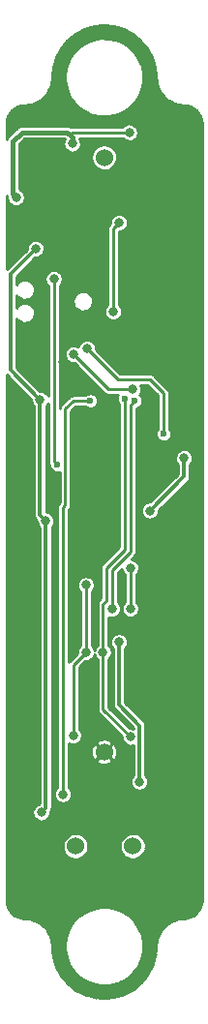
<source format=gbl>
%TF.GenerationSoftware,KiCad,Pcbnew,no-vcs-found-835c19f~60~ubuntu16.04.1*%
%TF.CreationDate,2017-10-14T22:29:22+01:00*%
%TF.ProjectId,altimeter,616C74696D657465722E6B696361645F,rev?*%
%TF.SameCoordinates,Original*%
%TF.FileFunction,Copper,L2,Bot,Signal*%
%TF.FilePolarity,Positive*%
%FSLAX46Y46*%
G04 Gerber Fmt 4.6, Leading zero omitted, Abs format (unit mm)*
G04 Created by KiCad (PCBNEW no-vcs-found-835c19f~60~ubuntu16.04.1) date Sat Oct 14 22:29:22 2017*
%MOMM*%
%LPD*%
G01*
G04 APERTURE LIST*
%TA.AperFunction,ComponentPad*%
%ADD10C,1.524000*%
%TD*%
%TA.AperFunction,ViaPad*%
%ADD11C,0.600000*%
%TD*%
%TA.AperFunction,ViaPad*%
%ADD12C,0.800000*%
%TD*%
%TA.AperFunction,Conductor*%
%ADD13C,0.300000*%
%TD*%
%TA.AperFunction,Conductor*%
%ADD14C,0.400000*%
%TD*%
%TA.AperFunction,Conductor*%
%ADD15C,0.250000*%
%TD*%
%ADD16C,0.250000*%
G04 APERTURE END LIST*
D10*
%TO.P,J1,1*%
%TO.N,VBATT*%
X100000000Y-74000000D03*
%TO.P,J1,2*%
%TO.N,GND*%
X100000000Y-126000000D03*
%TD*%
D11*
%TO.N,GND*%
%TO.C,IC3*%
X98300000Y-97500000D03*
X98300000Y-100000000D03*
X98300000Y-102500000D03*
X100800000Y-97500000D03*
X100800000Y-100000000D03*
X100800000Y-102500000D03*
X103300000Y-97500000D03*
X103300000Y-100000000D03*
X103300000Y-102500000D03*
%TD*%
D10*
%TO.P,LS1,1*%
%TO.N,3v3*%
X97500000Y-134250000D03*
%TO.P,LS1,2*%
%TO.N,Net-(LS1-Pad2)*%
X102500000Y-134250000D03*
%TD*%
D12*
%TO.N,GND*%
X103500000Y-86000000D03*
X98800000Y-78800000D03*
X105200000Y-78600000D03*
X105300000Y-74800000D03*
X95500000Y-80600000D03*
X97200000Y-80100000D03*
X94000000Y-83600000D03*
X106600000Y-112400000D03*
X103750000Y-136050000D03*
X106565000Y-122835000D03*
X108100000Y-97200000D03*
X108100000Y-98800000D03*
X107300000Y-96000000D03*
X103200000Y-108100000D03*
X92350000Y-95050000D03*
X93500000Y-103200000D03*
X93000000Y-104400000D03*
X92400000Y-103100000D03*
X96400000Y-91900000D03*
X97200000Y-93100000D03*
X104100000Y-89500000D03*
X104100000Y-90300000D03*
X103500000Y-84700000D03*
D11*
X92225000Y-100725000D03*
X93375000Y-99275000D03*
D12*
X97300000Y-114600000D03*
X93100000Y-73700000D03*
D11*
X94200000Y-76000000D03*
D12*
%TO.N,3v3*%
X107000000Y-100300000D03*
X104000000Y-104900000D03*
X103100000Y-128600000D03*
X94500000Y-131300000D03*
X94900000Y-105800000D03*
X94400000Y-95200000D03*
X94000000Y-82000000D03*
X101300000Y-116400000D03*
X102200000Y-71800000D03*
X92300000Y-77500000D03*
X97200000Y-72800000D03*
D11*
%TO.N,/~RST*%
X95900000Y-100900000D03*
D12*
X95600000Y-84600000D03*
%TO.N,/SDIO_CMD*%
X97300000Y-124600000D03*
X98400000Y-111400000D03*
X98400000Y-117300000D03*
%TO.N,/SDIO_CK*%
X102300000Y-113500000D03*
X102300000Y-109900000D03*
D11*
%TO.N,/SWDIO*%
X105200000Y-98200000D03*
D12*
X98500000Y-90700000D03*
%TO.N,/SWCLK*%
X102500000Y-94300000D03*
X97300000Y-91200000D03*
%TO.N,/SDIO_D0*%
X100700000Y-113500000D03*
D11*
X102700000Y-95300000D03*
D12*
%TO.N,/SDIO_D3*%
X102300000Y-124700000D03*
X99900000Y-117300000D03*
D11*
X101800000Y-95100000D03*
D12*
%TO.N,/STAT_HBT*%
X101300000Y-79700000D03*
X100800000Y-87500000D03*
%TO.N,/BEEPER*%
X96400000Y-129700000D03*
D11*
X98800000Y-95300000D03*
%TD*%
D13*
%TO.N,3v3*%
X107000000Y-101900000D02*
X107000000Y-100300000D01*
X104000000Y-104900000D02*
X107000000Y-101900000D01*
X101300000Y-121900000D02*
X101300000Y-116400000D01*
X103100000Y-123700000D02*
X101300000Y-121900000D01*
X103100000Y-128600000D02*
X103100000Y-123700000D01*
X94900000Y-130900000D02*
X94500000Y-131300000D01*
X94900000Y-105800000D02*
X94900000Y-130900000D01*
X94400000Y-105300000D02*
X94900000Y-105800000D01*
X94400000Y-95200000D02*
X94400000Y-105300000D01*
X91800000Y-92600000D02*
X94400000Y-95200000D01*
X91800000Y-88100000D02*
X91800000Y-92600000D01*
X91800000Y-84200000D02*
X91800000Y-88100000D01*
X94000000Y-82000000D02*
X91800000Y-84200000D01*
D14*
X97200000Y-72234315D02*
X97000000Y-72034315D01*
X97000000Y-72034315D02*
X96765685Y-71800000D01*
D15*
X102200000Y-71800000D02*
X97234315Y-71800000D01*
X97234315Y-71800000D02*
X97000000Y-72034315D01*
D14*
X92000000Y-77200000D02*
X92300000Y-77500000D01*
X92000000Y-72600000D02*
X92000000Y-77200000D01*
X92800000Y-71800000D02*
X92000000Y-72600000D01*
X96765685Y-71800000D02*
X92800000Y-71800000D01*
X97200000Y-72800000D02*
X97200000Y-72234315D01*
D15*
%TO.N,/~RST*%
X95600000Y-100600000D02*
X95900000Y-100900000D01*
X95600000Y-84600000D02*
X95600000Y-100600000D01*
%TO.N,/SDIO_CMD*%
X97300000Y-124600000D02*
X97300000Y-118400000D01*
X97300000Y-118400000D02*
X98400000Y-117300000D01*
X98400000Y-114700000D02*
X98400000Y-111400000D01*
X98400000Y-117400000D02*
X98400000Y-114700000D01*
%TO.N,/SDIO_CK*%
X102300000Y-112800000D02*
X102300000Y-113500000D01*
X102300000Y-109900000D02*
X102300000Y-112800000D01*
%TO.N,/SWDIO*%
X105200000Y-98200000D02*
X105200000Y-94600000D01*
X105200000Y-94600000D02*
X104000000Y-93400000D01*
X101200000Y-93400000D02*
X104000000Y-93400000D01*
X98500000Y-90700000D02*
X101200000Y-93400000D01*
%TO.N,/SWCLK*%
X100400000Y-94300000D02*
X102500000Y-94300000D01*
X97300000Y-91200000D02*
X100400000Y-94300000D01*
%TO.N,/SDIO_D0*%
X102700000Y-95300000D02*
X102300000Y-95700000D01*
X102300000Y-95700000D02*
X102300000Y-108500000D01*
X102300000Y-108500000D02*
X100700000Y-110100000D01*
X100700000Y-110100000D02*
X100700000Y-113500000D01*
%TO.N,/SDIO_D3*%
X99900000Y-117300000D02*
X99900000Y-122300000D01*
X102300000Y-124700000D02*
X99900000Y-122300000D01*
X99900000Y-114000000D02*
X99900000Y-117300000D01*
X99900000Y-113100000D02*
X99900000Y-114000000D01*
X100200000Y-112800000D02*
X99900000Y-113100000D01*
X100200000Y-109900000D02*
X100200000Y-112800000D01*
X101800000Y-108300000D02*
X100200000Y-109900000D01*
X101800000Y-104600000D02*
X101800000Y-108300000D01*
X101800000Y-95100000D02*
X101800000Y-104600000D01*
%TO.N,/STAT_HBT*%
X100800000Y-80200000D02*
X101300000Y-79700000D01*
X100800000Y-87500000D02*
X100800000Y-80200000D01*
%TO.N,/BEEPER*%
X96400000Y-129700000D02*
X96400000Y-104600000D01*
X96400000Y-104600000D02*
X96600000Y-104400000D01*
X96600000Y-96000000D02*
X96600000Y-104400000D01*
X97300000Y-95300000D02*
X96600000Y-96000000D01*
X98800000Y-95300000D02*
X97300000Y-95300000D01*
%TD*%
%TO.N,GND*%
X99968251Y-62452269D02*
X99968251Y-62452269D01*
X98618004Y-62689769D02*
X101385812Y-62689769D01*
X98016153Y-62927269D02*
X101979010Y-62927269D01*
X97576907Y-63164769D02*
X102433307Y-63164769D01*
X97248240Y-63402269D02*
X102748608Y-63402269D01*
X96961152Y-63639769D02*
X99335929Y-63639769D01*
X100664159Y-63639769D02*
X103043998Y-63639769D01*
X96706241Y-63877269D02*
X98585715Y-63877269D01*
X101410050Y-63877269D02*
X103288169Y-63877269D01*
X96512541Y-64114769D02*
X98153842Y-64114769D01*
X101847631Y-64114769D02*
X103487455Y-64114769D01*
X96318841Y-64352269D02*
X97808353Y-64352269D01*
X102197759Y-64352269D02*
X103686741Y-64352269D01*
X96155375Y-64589769D02*
X97565826Y-64589769D01*
X102433606Y-64589769D02*
X103839977Y-64589769D01*
X96029094Y-64827269D02*
X97336578Y-64827269D01*
X102668651Y-64827269D02*
X103970544Y-64827269D01*
X95902813Y-65064769D02*
X97173959Y-65064769D01*
X102826446Y-65064769D02*
X104101112Y-65064769D01*
X95784648Y-65302269D02*
X97011339Y-65302269D01*
X102984240Y-65302269D02*
X104209854Y-65302269D01*
X95712942Y-65539769D02*
X96899368Y-65539769D01*
X103102816Y-65539769D02*
X104285194Y-65539769D01*
X95641236Y-65777269D02*
X96797576Y-65777269D01*
X103200707Y-65777269D02*
X104360533Y-65777269D01*
X95569531Y-66014769D02*
X96707751Y-66014769D01*
X103296564Y-66014769D02*
X104435872Y-66014769D01*
X95525472Y-66252269D02*
X96657269Y-66252269D01*
X103343591Y-66252269D02*
X104470649Y-66252269D01*
X95502185Y-66489769D02*
X96606787Y-66489769D01*
X103390617Y-66489769D02*
X104497289Y-66489769D01*
X95478899Y-66727269D02*
X96578328Y-66727269D01*
X103424265Y-66727269D02*
X104523929Y-66727269D01*
X95455612Y-66964769D02*
X96575012Y-66964769D01*
X103420949Y-66964769D02*
X104549743Y-66964769D01*
X95432324Y-67202269D02*
X96571695Y-67202269D01*
X103417632Y-67202269D02*
X104567361Y-67202269D01*
X95408862Y-67439769D02*
X96598356Y-67439769D01*
X103412519Y-67439769D02*
X104592324Y-67439769D01*
X95344779Y-67677269D02*
X96641945Y-67677269D01*
X103358561Y-67677269D02*
X104654945Y-67677269D01*
X95270929Y-67914769D02*
X96685535Y-67914769D01*
X103304602Y-67914769D02*
X104729202Y-67914769D01*
X95151313Y-68152269D02*
X96772377Y-68152269D01*
X103236266Y-68152269D02*
X104848677Y-68152269D01*
X95015515Y-68389769D02*
X96866410Y-68389769D01*
X103130524Y-68389769D02*
X104984293Y-68389769D01*
X94822030Y-68627269D02*
X96973896Y-68627269D01*
X103024782Y-68627269D02*
X105178883Y-68627269D01*
X94574501Y-68864769D02*
X97126955Y-68864769D01*
X102876152Y-68864769D02*
X105425133Y-68864769D01*
X94242991Y-69102269D02*
X97280013Y-69102269D01*
X102708614Y-69102269D02*
X105755492Y-69102269D01*
X93694345Y-69339769D02*
X97497974Y-69339769D01*
X102509719Y-69339769D02*
X106306136Y-69339769D01*
X92392480Y-69577269D02*
X97727325Y-69577269D01*
X102260320Y-69577269D02*
X107605484Y-69577269D01*
X92016010Y-69814769D02*
X98048405Y-69814769D01*
X101956898Y-69814769D02*
X107984077Y-69814769D01*
X91785125Y-70052269D02*
X98430966Y-70052269D01*
X101582658Y-70052269D02*
X108215226Y-70052269D01*
X91632963Y-70289769D02*
X99012178Y-70289769D01*
X100990022Y-70289769D02*
X108367195Y-70289769D01*
X91533592Y-70527269D02*
X108466236Y-70527269D01*
X91475222Y-70764769D02*
X108524215Y-70764769D01*
X91451935Y-71002269D02*
X108549178Y-71002269D01*
X91450000Y-71239769D02*
X92675670Y-71239769D01*
X96892182Y-71239769D02*
X101664366Y-71239769D01*
X102735924Y-71239769D02*
X108550000Y-71239769D01*
X91450000Y-71477269D02*
X92309559Y-71477269D01*
X102905266Y-71477269D02*
X108550000Y-71477269D01*
X91450000Y-71714769D02*
X92072059Y-71714769D01*
X102973204Y-71714769D02*
X108550000Y-71714769D01*
X91450000Y-71952269D02*
X91834559Y-71952269D01*
X102960189Y-71952269D02*
X108550000Y-71952269D01*
X91450000Y-72189769D02*
X91597059Y-72189769D01*
X102873512Y-72189769D02*
X108550000Y-72189769D01*
X91450000Y-72427269D02*
X91454406Y-72427269D01*
X92985903Y-72427269D02*
X96516533Y-72427269D01*
X97882858Y-72427269D02*
X101744514Y-72427269D01*
X102658006Y-72427269D02*
X108550000Y-72427269D01*
X92748403Y-72664769D02*
X96436397Y-72664769D01*
X97963304Y-72664769D02*
X108550000Y-72664769D01*
X92575000Y-72902269D02*
X96430790Y-72902269D01*
X97971548Y-72902269D02*
X99686411Y-72902269D01*
X100307035Y-72902269D02*
X108550000Y-72902269D01*
X92575000Y-73139769D02*
X96500954Y-73139769D01*
X97897104Y-73139769D02*
X99253304Y-73139769D01*
X100748200Y-73139769D02*
X108550000Y-73139769D01*
X92575000Y-73377269D02*
X96680039Y-73377269D01*
X97717663Y-73377269D02*
X99048343Y-73377269D01*
X100951392Y-73377269D02*
X108550000Y-73377269D01*
X92575000Y-73614769D02*
X98928026Y-73614769D01*
X101071064Y-73614769D02*
X108550000Y-73614769D01*
X92575000Y-73852269D02*
X98868951Y-73852269D01*
X101129872Y-73852269D02*
X108550000Y-73852269D01*
X92575000Y-74089769D02*
X98861588Y-74089769D01*
X101134237Y-74089769D02*
X108550000Y-74089769D01*
X92575000Y-74327269D02*
X98906648Y-74327269D01*
X101091671Y-74327269D02*
X108550000Y-74327269D01*
X92575000Y-74564769D02*
X99011252Y-74564769D01*
X100993088Y-74564769D02*
X108550000Y-74564769D01*
X92575000Y-74802269D02*
X99194058Y-74802269D01*
X100806340Y-74802269D02*
X108550000Y-74802269D01*
X92575000Y-75039769D02*
X99539795Y-75039769D01*
X100463593Y-75039769D02*
X108550000Y-75039769D01*
X92575000Y-75277269D02*
X108550000Y-75277269D01*
X92575000Y-75514769D02*
X108550000Y-75514769D01*
X92575000Y-75752269D02*
X108550000Y-75752269D01*
X92575000Y-75989769D02*
X108550000Y-75989769D01*
X92575000Y-76227269D02*
X108550000Y-76227269D01*
X92575000Y-76464769D02*
X108550000Y-76464769D01*
X92575000Y-76702269D02*
X108550000Y-76702269D01*
X92835924Y-76939769D02*
X108550000Y-76939769D01*
X93005266Y-77177269D02*
X108550000Y-77177269D01*
X91450000Y-77414769D02*
X91466759Y-77414769D01*
X93073204Y-77414769D02*
X108550000Y-77414769D01*
X91450000Y-77652269D02*
X91539967Y-77652269D01*
X93060189Y-77652269D02*
X108550000Y-77652269D01*
X91450000Y-77889769D02*
X91629152Y-77889769D01*
X92973512Y-77889769D02*
X108550000Y-77889769D01*
X91450000Y-78127269D02*
X91844514Y-78127269D01*
X92758006Y-78127269D02*
X108550000Y-78127269D01*
X91450000Y-78364769D02*
X108550000Y-78364769D01*
X91450000Y-78602269D02*
X108550000Y-78602269D01*
X91450000Y-78839769D02*
X108550000Y-78839769D01*
X91450000Y-79077269D02*
X100836211Y-79077269D01*
X101762749Y-79077269D02*
X108550000Y-79077269D01*
X91450000Y-79314769D02*
X100624468Y-79314769D01*
X101974553Y-79314769D02*
X108550000Y-79314769D01*
X91450000Y-79552269D02*
X100539054Y-79552269D01*
X102060829Y-79552269D02*
X108550000Y-79552269D01*
X91450000Y-79789769D02*
X100503125Y-79789769D01*
X102072718Y-79789769D02*
X108550000Y-79789769D01*
X91450000Y-80027269D02*
X100332459Y-80027269D01*
X102002669Y-80027269D02*
X108550000Y-80027269D01*
X91450000Y-80264769D02*
X100300000Y-80264769D01*
X101830790Y-80264769D02*
X108550000Y-80264769D01*
X91450000Y-80502269D02*
X100300000Y-80502269D01*
X101300000Y-80502269D02*
X108550000Y-80502269D01*
X91450000Y-80739769D02*
X100300000Y-80739769D01*
X101300000Y-80739769D02*
X108550000Y-80739769D01*
X91450000Y-80977269D02*
X100300000Y-80977269D01*
X101300000Y-80977269D02*
X108550000Y-80977269D01*
X91450000Y-81214769D02*
X100300000Y-81214769D01*
X101300000Y-81214769D02*
X108550000Y-81214769D01*
X91450000Y-81452269D02*
X93451602Y-81452269D01*
X94548337Y-81452269D02*
X100300000Y-81452269D01*
X101300000Y-81452269D02*
X108550000Y-81452269D01*
X91450000Y-81689769D02*
X93289745Y-81689769D01*
X94710418Y-81689769D02*
X100300000Y-81689769D01*
X101300000Y-81689769D02*
X108550000Y-81689769D01*
X91450000Y-81927269D02*
X93225907Y-81927269D01*
X94774987Y-81927269D02*
X100300000Y-81927269D01*
X101300000Y-81927269D02*
X108550000Y-81927269D01*
X91450000Y-82164769D02*
X93092769Y-82164769D01*
X94757349Y-82164769D02*
X100300000Y-82164769D01*
X101300000Y-82164769D02*
X108550000Y-82164769D01*
X91450000Y-82402269D02*
X92855269Y-82402269D01*
X94664695Y-82402269D02*
X100300000Y-82402269D01*
X101300000Y-82402269D02*
X108550000Y-82402269D01*
X91450000Y-82639769D02*
X92617769Y-82639769D01*
X94438309Y-82639769D02*
X100300000Y-82639769D01*
X101300000Y-82639769D02*
X108550000Y-82639769D01*
X91450000Y-82877269D02*
X92380269Y-82877269D01*
X93865193Y-82877269D02*
X100300000Y-82877269D01*
X101300000Y-82877269D02*
X108550000Y-82877269D01*
X91450000Y-83114769D02*
X92142769Y-83114769D01*
X93627693Y-83114769D02*
X100300000Y-83114769D01*
X101300000Y-83114769D02*
X108550000Y-83114769D01*
X91450000Y-83352269D02*
X91905269Y-83352269D01*
X93390193Y-83352269D02*
X100300000Y-83352269D01*
X101300000Y-83352269D02*
X108550000Y-83352269D01*
X91450000Y-83589769D02*
X91667769Y-83589769D01*
X93152693Y-83589769D02*
X100300000Y-83589769D01*
X101300000Y-83589769D02*
X108550000Y-83589769D01*
X92915193Y-83827269D02*
X95514669Y-83827269D01*
X95689942Y-83827269D02*
X100300000Y-83827269D01*
X101300000Y-83827269D02*
X108550000Y-83827269D01*
X92677693Y-84064769D02*
X95038837Y-84064769D01*
X96160750Y-84064769D02*
X100300000Y-84064769D01*
X101300000Y-84064769D02*
X108550000Y-84064769D01*
X92440193Y-84302269D02*
X94884388Y-84302269D01*
X96315570Y-84302269D02*
X100300000Y-84302269D01*
X101300000Y-84302269D02*
X108550000Y-84302269D01*
X92325000Y-84539769D02*
X94825732Y-84539769D01*
X96374812Y-84539769D02*
X100300000Y-84539769D01*
X101300000Y-84539769D02*
X108550000Y-84539769D01*
X92325000Y-84777269D02*
X92708471Y-84777269D01*
X93410829Y-84777269D02*
X94844555Y-84777269D01*
X96354509Y-84777269D02*
X100300000Y-84777269D01*
X101300000Y-84777269D02*
X108550000Y-84777269D01*
X92325000Y-85014769D02*
X92385832Y-85014769D01*
X93732889Y-85014769D02*
X94945263Y-85014769D01*
X96255877Y-85014769D02*
X100300000Y-85014769D01*
X101300000Y-85014769D02*
X108550000Y-85014769D01*
X93871783Y-85252269D02*
X95100000Y-85252269D01*
X96100000Y-85252269D02*
X100300000Y-85252269D01*
X101300000Y-85252269D02*
X108550000Y-85252269D01*
X93934359Y-85489769D02*
X95100000Y-85489769D01*
X96100000Y-85489769D02*
X100300000Y-85489769D01*
X101300000Y-85489769D02*
X108550000Y-85489769D01*
X93923651Y-85727269D02*
X95100000Y-85727269D01*
X96100000Y-85727269D02*
X98018984Y-85727269D01*
X98264477Y-85727269D02*
X100300000Y-85727269D01*
X101300000Y-85727269D02*
X108550000Y-85727269D01*
X93846092Y-85964769D02*
X95100000Y-85964769D01*
X96100000Y-85964769D02*
X97532916Y-85964769D01*
X98747347Y-85964769D02*
X100300000Y-85964769D01*
X101300000Y-85964769D02*
X108550000Y-85964769D01*
X92325000Y-86202269D02*
X92445438Y-86202269D01*
X93674374Y-86202269D02*
X95100000Y-86202269D01*
X96100000Y-86202269D02*
X97356302Y-86202269D01*
X98924580Y-86202269D02*
X100300000Y-86202269D01*
X101300000Y-86202269D02*
X108550000Y-86202269D01*
X92325000Y-86439769D02*
X92900042Y-86439769D01*
X93217477Y-86439769D02*
X95100000Y-86439769D01*
X96100000Y-86439769D02*
X97278409Y-86439769D01*
X99001290Y-86439769D02*
X100300000Y-86439769D01*
X101300000Y-86439769D02*
X108550000Y-86439769D01*
X92325000Y-86677269D02*
X95100000Y-86677269D01*
X96100000Y-86677269D02*
X97265446Y-86677269D01*
X99012691Y-86677269D02*
X100300000Y-86677269D01*
X101300000Y-86677269D02*
X108550000Y-86677269D01*
X92325000Y-86914769D02*
X92525896Y-86914769D01*
X93592618Y-86914769D02*
X95100000Y-86914769D01*
X96100000Y-86914769D02*
X97325478Y-86914769D01*
X98955477Y-86914769D02*
X100289896Y-86914769D01*
X101311098Y-86914769D02*
X108550000Y-86914769D01*
X93805786Y-87152269D02*
X95100000Y-87152269D01*
X96100000Y-87152269D02*
X97461702Y-87152269D01*
X98817738Y-87152269D02*
X100105818Y-87152269D01*
X101494961Y-87152269D02*
X108550000Y-87152269D01*
X93908222Y-87389769D02*
X95100000Y-87389769D01*
X96100000Y-87389769D02*
X97773466Y-87389769D01*
X98510704Y-87389769D02*
X100031083Y-87389769D01*
X101568254Y-87389769D02*
X108550000Y-87389769D01*
X93933612Y-87627269D02*
X95100000Y-87627269D01*
X96100000Y-87627269D02*
X100035379Y-87627269D01*
X101565869Y-87627269D02*
X108550000Y-87627269D01*
X93899682Y-87864769D02*
X95100000Y-87864769D01*
X96100000Y-87864769D02*
X100113040Y-87864769D01*
X101485973Y-87864769D02*
X108550000Y-87864769D01*
X92325000Y-88102269D02*
X92335591Y-88102269D01*
X93784295Y-88102269D02*
X95100000Y-88102269D01*
X96100000Y-88102269D02*
X100308544Y-88102269D01*
X101291410Y-88102269D02*
X108550000Y-88102269D01*
X92325000Y-88339769D02*
X92575326Y-88339769D01*
X93544705Y-88339769D02*
X95100000Y-88339769D01*
X96100000Y-88339769D02*
X108550000Y-88339769D01*
X92325000Y-88577269D02*
X95100000Y-88577269D01*
X96100000Y-88577269D02*
X108550000Y-88577269D01*
X92325000Y-88814769D02*
X95100000Y-88814769D01*
X96100000Y-88814769D02*
X108550000Y-88814769D01*
X92325000Y-89052269D02*
X95100000Y-89052269D01*
X96100000Y-89052269D02*
X108550000Y-89052269D01*
X92325000Y-89289769D02*
X95100000Y-89289769D01*
X96100000Y-89289769D02*
X108550000Y-89289769D01*
X92325000Y-89527269D02*
X95100000Y-89527269D01*
X96100000Y-89527269D02*
X108550000Y-89527269D01*
X92325000Y-89764769D02*
X95100000Y-89764769D01*
X96100000Y-89764769D02*
X108550000Y-89764769D01*
X92325000Y-90002269D02*
X95100000Y-90002269D01*
X96100000Y-90002269D02*
X98158019Y-90002269D01*
X98840169Y-90002269D02*
X108550000Y-90002269D01*
X92325000Y-90239769D02*
X95100000Y-90239769D01*
X96100000Y-90239769D02*
X97875822Y-90239769D01*
X99124724Y-90239769D02*
X108550000Y-90239769D01*
X92325000Y-90477269D02*
X95100000Y-90477269D01*
X96100000Y-90477269D02*
X97019896Y-90477269D01*
X97580697Y-90477269D02*
X97754996Y-90477269D01*
X99245979Y-90477269D02*
X108550000Y-90477269D01*
X92325000Y-90714769D02*
X95100000Y-90714769D01*
X96100000Y-90714769D02*
X96692940Y-90714769D01*
X99273765Y-90714769D02*
X108550000Y-90714769D01*
X92325000Y-90952269D02*
X95100000Y-90952269D01*
X96100000Y-90952269D02*
X96562958Y-90952269D01*
X99459376Y-90952269D02*
X108550000Y-90952269D01*
X92325000Y-91189769D02*
X95100000Y-91189769D01*
X96100000Y-91189769D02*
X96525034Y-91189769D01*
X99696876Y-91189769D02*
X108550000Y-91189769D01*
X92325000Y-91427269D02*
X95100000Y-91427269D01*
X96100000Y-91427269D02*
X96556412Y-91427269D01*
X99934376Y-91427269D02*
X108550000Y-91427269D01*
X92325000Y-91664769D02*
X95100000Y-91664769D01*
X96100000Y-91664769D02*
X96677486Y-91664769D01*
X100171876Y-91664769D02*
X108550000Y-91664769D01*
X92325000Y-91902269D02*
X95100000Y-91902269D01*
X96100000Y-91902269D02*
X96971536Y-91902269D01*
X100409376Y-91902269D02*
X108550000Y-91902269D01*
X92325000Y-92139769D02*
X95100000Y-92139769D01*
X96100000Y-92139769D02*
X97532663Y-92139769D01*
X100646876Y-92139769D02*
X108550000Y-92139769D01*
X92325000Y-92377269D02*
X95100000Y-92377269D01*
X96100000Y-92377269D02*
X97770163Y-92377269D01*
X100884376Y-92377269D02*
X108550000Y-92377269D01*
X92557231Y-92614769D02*
X95100000Y-92614769D01*
X96100000Y-92614769D02*
X98007663Y-92614769D01*
X101121876Y-92614769D02*
X108550000Y-92614769D01*
X92794731Y-92852269D02*
X95100000Y-92852269D01*
X96100000Y-92852269D02*
X98245163Y-92852269D01*
X101359376Y-92852269D02*
X108550000Y-92852269D01*
X91450000Y-93089769D02*
X91547307Y-93089769D01*
X93032231Y-93089769D02*
X95100000Y-93089769D01*
X96100000Y-93089769D02*
X98482663Y-93089769D01*
X104396876Y-93089769D02*
X108550000Y-93089769D01*
X91450000Y-93327269D02*
X91784807Y-93327269D01*
X93269731Y-93327269D02*
X95100000Y-93327269D01*
X96100000Y-93327269D02*
X98720163Y-93327269D01*
X104634376Y-93327269D02*
X108550000Y-93327269D01*
X91450000Y-93564769D02*
X92022307Y-93564769D01*
X93507231Y-93564769D02*
X95100000Y-93564769D01*
X96100000Y-93564769D02*
X98957663Y-93564769D01*
X104871876Y-93564769D02*
X108550000Y-93564769D01*
X91450000Y-93802269D02*
X92259807Y-93802269D01*
X93744731Y-93802269D02*
X95100000Y-93802269D01*
X96100000Y-93802269D02*
X99195163Y-93802269D01*
X105109376Y-93802269D02*
X108550000Y-93802269D01*
X91450000Y-94039769D02*
X92497307Y-94039769D01*
X93982231Y-94039769D02*
X95100000Y-94039769D01*
X96100000Y-94039769D02*
X99432663Y-94039769D01*
X103231027Y-94039769D02*
X103932662Y-94039769D01*
X105346876Y-94039769D02*
X108550000Y-94039769D01*
X91450000Y-94277269D02*
X92734807Y-94277269D01*
X94219731Y-94277269D02*
X95100000Y-94277269D01*
X96100000Y-94277269D02*
X99670163Y-94277269D01*
X103274289Y-94277269D02*
X104170162Y-94277269D01*
X105579093Y-94277269D02*
X108550000Y-94277269D01*
X91450000Y-94514769D02*
X92972307Y-94514769D01*
X94769905Y-94514769D02*
X95100000Y-94514769D01*
X96100000Y-94514769D02*
X99907663Y-94514769D01*
X103245989Y-94514769D02*
X104407662Y-94514769D01*
X105692059Y-94514769D02*
X108550000Y-94514769D01*
X91450000Y-94752269D02*
X93209807Y-94752269D01*
X95033029Y-94752269D02*
X95100000Y-94752269D01*
X96100000Y-94752269D02*
X98404234Y-94752269D01*
X99195105Y-94752269D02*
X100189751Y-94752269D01*
X103129424Y-94752269D02*
X104645162Y-94752269D01*
X105700000Y-94752269D02*
X108550000Y-94752269D01*
X91450000Y-94989769D02*
X93447307Y-94989769D01*
X96100000Y-94989769D02*
X96903125Y-94989769D01*
X99402252Y-94989769D02*
X101133321Y-94989769D01*
X103302252Y-94989769D02*
X104700000Y-94989769D01*
X105700000Y-94989769D02*
X108550000Y-94989769D01*
X91450000Y-95227269D02*
X93624510Y-95227269D01*
X96100000Y-95227269D02*
X96665625Y-95227269D01*
X99473734Y-95227269D02*
X101137054Y-95227269D01*
X103373734Y-95227269D02*
X104700000Y-95227269D01*
X105700000Y-95227269D02*
X108550000Y-95227269D01*
X91450000Y-95464769D02*
X93671259Y-95464769D01*
X96100000Y-95464769D02*
X96428125Y-95464769D01*
X99454796Y-95464769D02*
X101232013Y-95464769D01*
X103354796Y-95464769D02*
X104700000Y-95464769D01*
X105700000Y-95464769D02*
X108550000Y-95464769D01*
X91450000Y-95702269D02*
X93807612Y-95702269D01*
X94994153Y-95702269D02*
X95100000Y-95702269D01*
X96100000Y-95702269D02*
X96200238Y-95702269D01*
X99342312Y-95702269D02*
X101300000Y-95702269D01*
X103242312Y-95702269D02*
X104700000Y-95702269D01*
X105700000Y-95702269D02*
X108550000Y-95702269D01*
X91450000Y-95939769D02*
X93875000Y-95939769D01*
X94925000Y-95939769D02*
X95100000Y-95939769D01*
X96100000Y-95939769D02*
X96105944Y-95939769D01*
X97367337Y-95939769D02*
X98578272Y-95939769D01*
X99017233Y-95939769D02*
X101300000Y-95939769D01*
X102917233Y-95939769D02*
X104700000Y-95939769D01*
X105700000Y-95939769D02*
X108550000Y-95939769D01*
X91450000Y-96177269D02*
X93875000Y-96177269D01*
X94925000Y-96177269D02*
X95100000Y-96177269D01*
X97129837Y-96177269D02*
X101300000Y-96177269D01*
X102800000Y-96177269D02*
X104700000Y-96177269D01*
X105700000Y-96177269D02*
X108550000Y-96177269D01*
X91450000Y-96414769D02*
X93875000Y-96414769D01*
X94925000Y-96414769D02*
X95100000Y-96414769D01*
X97100000Y-96414769D02*
X101300000Y-96414769D01*
X102800000Y-96414769D02*
X104700000Y-96414769D01*
X105700000Y-96414769D02*
X108550000Y-96414769D01*
X91450000Y-96652269D02*
X93875000Y-96652269D01*
X94925000Y-96652269D02*
X95100000Y-96652269D01*
X97100000Y-96652269D02*
X101300000Y-96652269D01*
X102800000Y-96652269D02*
X104700000Y-96652269D01*
X105700000Y-96652269D02*
X108550000Y-96652269D01*
X91450000Y-96889769D02*
X93875000Y-96889769D01*
X94925000Y-96889769D02*
X95100000Y-96889769D01*
X97100000Y-96889769D02*
X101300000Y-96889769D01*
X102800000Y-96889769D02*
X104700000Y-96889769D01*
X105700000Y-96889769D02*
X108550000Y-96889769D01*
X91450000Y-97127269D02*
X93875000Y-97127269D01*
X94925000Y-97127269D02*
X95100000Y-97127269D01*
X97100000Y-97127269D02*
X101300000Y-97127269D01*
X102800000Y-97127269D02*
X104700000Y-97127269D01*
X105700000Y-97127269D02*
X108550000Y-97127269D01*
X91450000Y-97364769D02*
X93875000Y-97364769D01*
X94925000Y-97364769D02*
X95100000Y-97364769D01*
X97100000Y-97364769D02*
X101300000Y-97364769D01*
X102800000Y-97364769D02*
X104700000Y-97364769D01*
X105700000Y-97364769D02*
X108550000Y-97364769D01*
X91450000Y-97602269D02*
X93875000Y-97602269D01*
X94925000Y-97602269D02*
X95100000Y-97602269D01*
X97100000Y-97602269D02*
X101300000Y-97602269D01*
X102800000Y-97602269D02*
X104700000Y-97602269D01*
X105700000Y-97602269D02*
X108550000Y-97602269D01*
X91450000Y-97839769D02*
X93875000Y-97839769D01*
X94925000Y-97839769D02*
X95100000Y-97839769D01*
X97100000Y-97839769D02*
X101300000Y-97839769D01*
X102800000Y-97839769D02*
X104628552Y-97839769D01*
X105771099Y-97839769D02*
X108550000Y-97839769D01*
X91450000Y-98077269D02*
X93875000Y-98077269D01*
X94925000Y-98077269D02*
X95100000Y-98077269D01*
X97100000Y-98077269D02*
X101300000Y-98077269D01*
X102800000Y-98077269D02*
X104535978Y-98077269D01*
X105863833Y-98077269D02*
X108550000Y-98077269D01*
X91450000Y-98314769D02*
X93875000Y-98314769D01*
X94925000Y-98314769D02*
X95100000Y-98314769D01*
X97100000Y-98314769D02*
X101300000Y-98314769D01*
X102800000Y-98314769D02*
X104534760Y-98314769D01*
X105866156Y-98314769D02*
X108550000Y-98314769D01*
X91450000Y-98552269D02*
X93875000Y-98552269D01*
X94925000Y-98552269D02*
X95100000Y-98552269D01*
X97100000Y-98552269D02*
X101300000Y-98552269D01*
X102800000Y-98552269D02*
X104623957Y-98552269D01*
X105777583Y-98552269D02*
X108550000Y-98552269D01*
X91450000Y-98789769D02*
X93875000Y-98789769D01*
X94925000Y-98789769D02*
X95100000Y-98789769D01*
X97100000Y-98789769D02*
X101300000Y-98789769D01*
X102800000Y-98789769D02*
X104865785Y-98789769D01*
X105530462Y-98789769D02*
X108550000Y-98789769D01*
X91450000Y-99027269D02*
X93875000Y-99027269D01*
X94925000Y-99027269D02*
X95100000Y-99027269D01*
X97100000Y-99027269D02*
X101300000Y-99027269D01*
X102800000Y-99027269D02*
X108550000Y-99027269D01*
X91450000Y-99264769D02*
X93875000Y-99264769D01*
X94925000Y-99264769D02*
X95100000Y-99264769D01*
X97100000Y-99264769D02*
X101300000Y-99264769D01*
X102800000Y-99264769D02*
X108550000Y-99264769D01*
X91450000Y-99502269D02*
X93875000Y-99502269D01*
X94925000Y-99502269D02*
X95100000Y-99502269D01*
X97100000Y-99502269D02*
X101300000Y-99502269D01*
X102800000Y-99502269D02*
X108550000Y-99502269D01*
X91450000Y-99739769D02*
X93875000Y-99739769D01*
X94925000Y-99739769D02*
X95100000Y-99739769D01*
X97100000Y-99739769D02*
X101300000Y-99739769D01*
X102800000Y-99739769D02*
X106464366Y-99739769D01*
X107535924Y-99739769D02*
X108550000Y-99739769D01*
X91450000Y-99977269D02*
X93875000Y-99977269D01*
X94925000Y-99977269D02*
X95100000Y-99977269D01*
X97100000Y-99977269D02*
X101300000Y-99977269D01*
X102800000Y-99977269D02*
X106295103Y-99977269D01*
X107705266Y-99977269D02*
X108550000Y-99977269D01*
X91450000Y-100214769D02*
X93875000Y-100214769D01*
X94925000Y-100214769D02*
X95100000Y-100214769D01*
X97100000Y-100214769D02*
X101300000Y-100214769D01*
X102800000Y-100214769D02*
X106226082Y-100214769D01*
X107773204Y-100214769D02*
X108550000Y-100214769D01*
X91450000Y-100452269D02*
X93875000Y-100452269D01*
X94925000Y-100452269D02*
X95100000Y-100452269D01*
X97100000Y-100452269D02*
X101300000Y-100452269D01*
X102800000Y-100452269D02*
X106239967Y-100452269D01*
X107760189Y-100452269D02*
X108550000Y-100452269D01*
X91450000Y-100689769D02*
X93875000Y-100689769D01*
X94925000Y-100689769D02*
X95108338Y-100689769D01*
X97100000Y-100689769D02*
X101300000Y-100689769D01*
X102800000Y-100689769D02*
X106329152Y-100689769D01*
X107673512Y-100689769D02*
X108550000Y-100689769D01*
X91450000Y-100927269D02*
X93875000Y-100927269D01*
X94925000Y-100927269D02*
X95224525Y-100927269D01*
X97100000Y-100927269D02*
X101300000Y-100927269D01*
X102800000Y-100927269D02*
X106475000Y-100927269D01*
X107525000Y-100927269D02*
X108550000Y-100927269D01*
X91450000Y-101164769D02*
X93875000Y-101164769D01*
X94925000Y-101164769D02*
X95278817Y-101164769D01*
X97100000Y-101164769D02*
X101300000Y-101164769D01*
X102800000Y-101164769D02*
X106475000Y-101164769D01*
X107525000Y-101164769D02*
X108550000Y-101164769D01*
X91450000Y-101402269D02*
X93875000Y-101402269D01*
X94925000Y-101402269D02*
X95446634Y-101402269D01*
X97100000Y-101402269D02*
X101300000Y-101402269D01*
X102800000Y-101402269D02*
X106475000Y-101402269D01*
X107525000Y-101402269D02*
X108550000Y-101402269D01*
X91450000Y-101639769D02*
X93875000Y-101639769D01*
X94925000Y-101639769D02*
X96100000Y-101639769D01*
X97100000Y-101639769D02*
X101300000Y-101639769D01*
X102800000Y-101639769D02*
X106475000Y-101639769D01*
X107525000Y-101639769D02*
X108550000Y-101639769D01*
X91450000Y-101877269D02*
X93875000Y-101877269D01*
X94925000Y-101877269D02*
X96100000Y-101877269D01*
X97100000Y-101877269D02*
X101300000Y-101877269D01*
X102800000Y-101877269D02*
X106280269Y-101877269D01*
X107525000Y-101877269D02*
X108550000Y-101877269D01*
X91450000Y-102114769D02*
X93875000Y-102114769D01*
X94925000Y-102114769D02*
X96100000Y-102114769D01*
X97100000Y-102114769D02*
X101300000Y-102114769D01*
X102800000Y-102114769D02*
X106042769Y-102114769D01*
X107478175Y-102114769D02*
X108550000Y-102114769D01*
X91450000Y-102352269D02*
X93875000Y-102352269D01*
X94925000Y-102352269D02*
X96100000Y-102352269D01*
X97100000Y-102352269D02*
X101300000Y-102352269D01*
X102800000Y-102352269D02*
X105805269Y-102352269D01*
X107290193Y-102352269D02*
X108550000Y-102352269D01*
X91450000Y-102589769D02*
X93875000Y-102589769D01*
X94925000Y-102589769D02*
X96100000Y-102589769D01*
X97100000Y-102589769D02*
X101300000Y-102589769D01*
X102800000Y-102589769D02*
X105567769Y-102589769D01*
X107052693Y-102589769D02*
X108550000Y-102589769D01*
X91450000Y-102827269D02*
X93875000Y-102827269D01*
X94925000Y-102827269D02*
X96100000Y-102827269D01*
X97100000Y-102827269D02*
X101300000Y-102827269D01*
X102800000Y-102827269D02*
X105330269Y-102827269D01*
X106815193Y-102827269D02*
X108550000Y-102827269D01*
X91450000Y-103064769D02*
X93875000Y-103064769D01*
X94925000Y-103064769D02*
X96100000Y-103064769D01*
X97100000Y-103064769D02*
X101300000Y-103064769D01*
X102800000Y-103064769D02*
X105092769Y-103064769D01*
X106577693Y-103064769D02*
X108550000Y-103064769D01*
X91450000Y-103302269D02*
X93875000Y-103302269D01*
X94925000Y-103302269D02*
X96100000Y-103302269D01*
X97100000Y-103302269D02*
X101300000Y-103302269D01*
X102800000Y-103302269D02*
X104855269Y-103302269D01*
X106340193Y-103302269D02*
X108550000Y-103302269D01*
X91450000Y-103539769D02*
X93875000Y-103539769D01*
X94925000Y-103539769D02*
X96100000Y-103539769D01*
X97100000Y-103539769D02*
X101300000Y-103539769D01*
X102800000Y-103539769D02*
X104617769Y-103539769D01*
X106102693Y-103539769D02*
X108550000Y-103539769D01*
X91450000Y-103777269D02*
X93875000Y-103777269D01*
X94925000Y-103777269D02*
X96100000Y-103777269D01*
X97100000Y-103777269D02*
X101300000Y-103777269D01*
X102800000Y-103777269D02*
X104380269Y-103777269D01*
X105865193Y-103777269D02*
X108550000Y-103777269D01*
X91450000Y-104014769D02*
X93875000Y-104014769D01*
X94925000Y-104014769D02*
X96100000Y-104014769D01*
X97100000Y-104014769D02*
X101300000Y-104014769D01*
X102800000Y-104014769D02*
X104142769Y-104014769D01*
X105627693Y-104014769D02*
X108550000Y-104014769D01*
X91450000Y-104252269D02*
X93875000Y-104252269D01*
X94925000Y-104252269D02*
X96041665Y-104252269D01*
X97100000Y-104252269D02*
X101300000Y-104252269D01*
X102800000Y-104252269D02*
X103574415Y-104252269D01*
X105390193Y-104252269D02*
X108550000Y-104252269D01*
X91450000Y-104489769D02*
X93875000Y-104489769D01*
X94925000Y-104489769D02*
X95912917Y-104489769D01*
X97091056Y-104489769D02*
X101300000Y-104489769D01*
X102800000Y-104489769D02*
X103341586Y-104489769D01*
X105152693Y-104489769D02*
X108550000Y-104489769D01*
X91450000Y-104727269D02*
X93875000Y-104727269D01*
X94925000Y-104727269D02*
X95900000Y-104727269D01*
X96975144Y-104727269D02*
X101300000Y-104727269D01*
X102800000Y-104727269D02*
X103244368Y-104727269D01*
X104915193Y-104727269D02*
X108550000Y-104727269D01*
X91450000Y-104964769D02*
X93875000Y-104964769D01*
X94925000Y-104964769D02*
X95900000Y-104964769D01*
X96900000Y-104964769D02*
X101300000Y-104964769D01*
X102800000Y-104964769D02*
X103223987Y-104964769D01*
X104773067Y-104964769D02*
X108550000Y-104964769D01*
X91450000Y-105202269D02*
X93875000Y-105202269D01*
X95398684Y-105202269D02*
X95900000Y-105202269D01*
X96900000Y-105202269D02*
X101300000Y-105202269D01*
X102800000Y-105202269D02*
X103286107Y-105202269D01*
X104713800Y-105202269D02*
X108550000Y-105202269D01*
X91450000Y-105439769D02*
X93896410Y-105439769D01*
X95589809Y-105439769D02*
X95900000Y-105439769D01*
X96900000Y-105439769D02*
X101300000Y-105439769D01*
X102800000Y-105439769D02*
X103443825Y-105439769D01*
X104557042Y-105439769D02*
X108550000Y-105439769D01*
X91450000Y-105677269D02*
X94034807Y-105677269D01*
X95665779Y-105677269D02*
X95900000Y-105677269D01*
X96900000Y-105677269D02*
X101300000Y-105677269D01*
X102800000Y-105677269D02*
X108550000Y-105677269D01*
X91450000Y-105914769D02*
X94133085Y-105914769D01*
X95668709Y-105914769D02*
X95900000Y-105914769D01*
X96900000Y-105914769D02*
X101300000Y-105914769D01*
X102800000Y-105914769D02*
X108550000Y-105914769D01*
X91450000Y-106152269D02*
X94205903Y-106152269D01*
X95591539Y-106152269D02*
X95900000Y-106152269D01*
X96900000Y-106152269D02*
X101300000Y-106152269D01*
X102800000Y-106152269D02*
X108550000Y-106152269D01*
X91450000Y-106389769D02*
X94375000Y-106389769D01*
X95425000Y-106389769D02*
X95900000Y-106389769D01*
X96900000Y-106389769D02*
X101300000Y-106389769D01*
X102800000Y-106389769D02*
X108550000Y-106389769D01*
X91450000Y-106627269D02*
X94375000Y-106627269D01*
X95425000Y-106627269D02*
X95900000Y-106627269D01*
X96900000Y-106627269D02*
X101300000Y-106627269D01*
X102800000Y-106627269D02*
X108550000Y-106627269D01*
X91450000Y-106864769D02*
X94375000Y-106864769D01*
X95425000Y-106864769D02*
X95900000Y-106864769D01*
X96900000Y-106864769D02*
X101300000Y-106864769D01*
X102800000Y-106864769D02*
X108550000Y-106864769D01*
X91450000Y-107102269D02*
X94375000Y-107102269D01*
X95425000Y-107102269D02*
X95900000Y-107102269D01*
X96900000Y-107102269D02*
X101300000Y-107102269D01*
X102800000Y-107102269D02*
X108550000Y-107102269D01*
X91450000Y-107339769D02*
X94375000Y-107339769D01*
X95425000Y-107339769D02*
X95900000Y-107339769D01*
X96900000Y-107339769D02*
X101300000Y-107339769D01*
X102800000Y-107339769D02*
X108550000Y-107339769D01*
X91450000Y-107577269D02*
X94375000Y-107577269D01*
X95425000Y-107577269D02*
X95900000Y-107577269D01*
X96900000Y-107577269D02*
X101300000Y-107577269D01*
X102800000Y-107577269D02*
X108550000Y-107577269D01*
X91450000Y-107814769D02*
X94375000Y-107814769D01*
X95425000Y-107814769D02*
X95900000Y-107814769D01*
X96900000Y-107814769D02*
X101300000Y-107814769D01*
X102800000Y-107814769D02*
X108550000Y-107814769D01*
X91450000Y-108052269D02*
X94375000Y-108052269D01*
X95425000Y-108052269D02*
X95900000Y-108052269D01*
X96900000Y-108052269D02*
X101300000Y-108052269D01*
X102800000Y-108052269D02*
X108550000Y-108052269D01*
X91450000Y-108289769D02*
X94375000Y-108289769D01*
X95425000Y-108289769D02*
X95900000Y-108289769D01*
X96900000Y-108289769D02*
X101103125Y-108289769D01*
X102800000Y-108289769D02*
X108550000Y-108289769D01*
X91450000Y-108527269D02*
X94375000Y-108527269D01*
X95425000Y-108527269D02*
X95900000Y-108527269D01*
X96900000Y-108527269D02*
X100865625Y-108527269D01*
X102797675Y-108527269D02*
X108550000Y-108527269D01*
X91450000Y-108764769D02*
X94375000Y-108764769D01*
X95425000Y-108764769D02*
X95900000Y-108764769D01*
X96900000Y-108764769D02*
X100628125Y-108764769D01*
X102722666Y-108764769D02*
X108550000Y-108764769D01*
X91450000Y-109002269D02*
X94375000Y-109002269D01*
X95425000Y-109002269D02*
X95900000Y-109002269D01*
X96900000Y-109002269D02*
X100390625Y-109002269D01*
X102504838Y-109002269D02*
X108550000Y-109002269D01*
X91450000Y-109239769D02*
X94375000Y-109239769D01*
X95425000Y-109239769D02*
X95900000Y-109239769D01*
X96900000Y-109239769D02*
X100153125Y-109239769D01*
X102707153Y-109239769D02*
X108550000Y-109239769D01*
X91450000Y-109477269D02*
X94375000Y-109477269D01*
X95425000Y-109477269D02*
X95900000Y-109477269D01*
X96900000Y-109477269D02*
X99915625Y-109477269D01*
X102949639Y-109477269D02*
X108550000Y-109477269D01*
X91450000Y-109714769D02*
X94375000Y-109714769D01*
X95425000Y-109714769D02*
X95900000Y-109714769D01*
X96900000Y-109714769D02*
X99736281Y-109714769D01*
X103053404Y-109714769D02*
X108550000Y-109714769D01*
X91450000Y-109952269D02*
X94375000Y-109952269D01*
X95425000Y-109952269D02*
X95900000Y-109952269D01*
X96900000Y-109952269D02*
X99700000Y-109952269D01*
X103073242Y-109952269D02*
X108550000Y-109952269D01*
X91450000Y-110189769D02*
X94375000Y-110189769D01*
X95425000Y-110189769D02*
X95900000Y-110189769D01*
X96900000Y-110189769D02*
X99700000Y-110189769D01*
X101317337Y-110189769D02*
X101581157Y-110189769D01*
X103019366Y-110189769D02*
X108550000Y-110189769D01*
X91450000Y-110427269D02*
X94375000Y-110427269D01*
X95425000Y-110427269D02*
X95900000Y-110427269D01*
X96900000Y-110427269D02*
X99700000Y-110427269D01*
X101200000Y-110427269D02*
X101731754Y-110427269D01*
X102870169Y-110427269D02*
X108550000Y-110427269D01*
X91450000Y-110664769D02*
X94375000Y-110664769D01*
X95425000Y-110664769D02*
X95900000Y-110664769D01*
X96900000Y-110664769D02*
X98150835Y-110664769D01*
X98650961Y-110664769D02*
X99700000Y-110664769D01*
X101200000Y-110664769D02*
X101800000Y-110664769D01*
X102800000Y-110664769D02*
X108550000Y-110664769D01*
X91450000Y-110902269D02*
X94375000Y-110902269D01*
X95425000Y-110902269D02*
X95900000Y-110902269D01*
X96900000Y-110902269D02*
X97801499Y-110902269D01*
X98997989Y-110902269D02*
X99700000Y-110902269D01*
X101200000Y-110902269D02*
X101800000Y-110902269D01*
X102800000Y-110902269D02*
X108550000Y-110902269D01*
X91450000Y-111139769D02*
X94375000Y-111139769D01*
X95425000Y-111139769D02*
X95900000Y-111139769D01*
X96900000Y-111139769D02*
X97668316Y-111139769D01*
X99131027Y-111139769D02*
X99700000Y-111139769D01*
X101200000Y-111139769D02*
X101800000Y-111139769D01*
X102800000Y-111139769D02*
X108550000Y-111139769D01*
X91450000Y-111377269D02*
X94375000Y-111377269D01*
X95425000Y-111377269D02*
X95900000Y-111377269D01*
X96900000Y-111377269D02*
X97625209Y-111377269D01*
X99174289Y-111377269D02*
X99700000Y-111377269D01*
X101200000Y-111377269D02*
X101800000Y-111377269D01*
X102800000Y-111377269D02*
X108550000Y-111377269D01*
X91450000Y-111614769D02*
X94375000Y-111614769D01*
X95425000Y-111614769D02*
X95900000Y-111614769D01*
X96900000Y-111614769D02*
X97651462Y-111614769D01*
X99145989Y-111614769D02*
X99700000Y-111614769D01*
X101200000Y-111614769D02*
X101800000Y-111614769D01*
X102800000Y-111614769D02*
X108550000Y-111614769D01*
X91450000Y-111852269D02*
X94375000Y-111852269D01*
X95425000Y-111852269D02*
X95900000Y-111852269D01*
X96900000Y-111852269D02*
X97769430Y-111852269D01*
X99029424Y-111852269D02*
X99700000Y-111852269D01*
X101200000Y-111852269D02*
X101800000Y-111852269D01*
X102800000Y-111852269D02*
X108550000Y-111852269D01*
X91450000Y-112089769D02*
X94375000Y-112089769D01*
X95425000Y-112089769D02*
X95900000Y-112089769D01*
X96900000Y-112089769D02*
X97900000Y-112089769D01*
X98900000Y-112089769D02*
X99700000Y-112089769D01*
X101200000Y-112089769D02*
X101800000Y-112089769D01*
X102800000Y-112089769D02*
X108550000Y-112089769D01*
X91450000Y-112327269D02*
X94375000Y-112327269D01*
X95425000Y-112327269D02*
X95900000Y-112327269D01*
X96900000Y-112327269D02*
X97900000Y-112327269D01*
X98900000Y-112327269D02*
X99700000Y-112327269D01*
X101200000Y-112327269D02*
X101800000Y-112327269D01*
X102800000Y-112327269D02*
X108550000Y-112327269D01*
X91450000Y-112564769D02*
X94375000Y-112564769D01*
X95425000Y-112564769D02*
X95900000Y-112564769D01*
X96900000Y-112564769D02*
X97900000Y-112564769D01*
X98900000Y-112564769D02*
X99700000Y-112564769D01*
X101200000Y-112564769D02*
X101800000Y-112564769D01*
X102800000Y-112564769D02*
X108550000Y-112564769D01*
X91450000Y-112802269D02*
X94375000Y-112802269D01*
X95425000Y-112802269D02*
X95900000Y-112802269D01*
X96900000Y-112802269D02*
X97900000Y-112802269D01*
X98900000Y-112802269D02*
X99500238Y-112802269D01*
X101200000Y-112802269D02*
X101800000Y-112802269D01*
X102800000Y-112802269D02*
X108550000Y-112802269D01*
X91450000Y-113039769D02*
X94375000Y-113039769D01*
X95425000Y-113039769D02*
X95900000Y-113039769D01*
X96900000Y-113039769D02*
X97900000Y-113039769D01*
X98900000Y-113039769D02*
X99405944Y-113039769D01*
X101324724Y-113039769D02*
X101675822Y-113039769D01*
X102924724Y-113039769D02*
X108550000Y-113039769D01*
X91450000Y-113277269D02*
X94375000Y-113277269D01*
X95425000Y-113277269D02*
X95900000Y-113277269D01*
X96900000Y-113277269D02*
X97900000Y-113277269D01*
X98900000Y-113277269D02*
X99400000Y-113277269D01*
X101445979Y-113277269D02*
X101554996Y-113277269D01*
X103045979Y-113277269D02*
X108550000Y-113277269D01*
X91450000Y-113514769D02*
X94375000Y-113514769D01*
X95425000Y-113514769D02*
X95900000Y-113514769D01*
X96900000Y-113514769D02*
X97900000Y-113514769D01*
X98900000Y-113514769D02*
X99400000Y-113514769D01*
X101473765Y-113514769D02*
X101524685Y-113514769D01*
X103073765Y-113514769D02*
X108550000Y-113514769D01*
X91450000Y-113752269D02*
X94375000Y-113752269D01*
X95425000Y-113752269D02*
X95900000Y-113752269D01*
X96900000Y-113752269D02*
X97900000Y-113752269D01*
X98900000Y-113752269D02*
X99400000Y-113752269D01*
X101436062Y-113752269D02*
X101566310Y-113752269D01*
X103036062Y-113752269D02*
X108550000Y-113752269D01*
X91450000Y-113989769D02*
X94375000Y-113989769D01*
X95425000Y-113989769D02*
X95900000Y-113989769D01*
X96900000Y-113989769D02*
X97900000Y-113989769D01*
X98900000Y-113989769D02*
X99400000Y-113989769D01*
X101302970Y-113989769D02*
X101695541Y-113989769D01*
X102902970Y-113989769D02*
X108550000Y-113989769D01*
X91450000Y-114227269D02*
X94375000Y-114227269D01*
X95425000Y-114227269D02*
X95900000Y-114227269D01*
X96900000Y-114227269D02*
X97900000Y-114227269D01*
X98900000Y-114227269D02*
X99400000Y-114227269D01*
X100400000Y-114227269D02*
X100428759Y-114227269D01*
X100968187Y-114227269D02*
X102028759Y-114227269D01*
X102568187Y-114227269D02*
X108550000Y-114227269D01*
X91450000Y-114464769D02*
X94375000Y-114464769D01*
X95425000Y-114464769D02*
X95900000Y-114464769D01*
X96900000Y-114464769D02*
X97900000Y-114464769D01*
X98900000Y-114464769D02*
X99400000Y-114464769D01*
X100400000Y-114464769D02*
X108550000Y-114464769D01*
X91450000Y-114702269D02*
X94375000Y-114702269D01*
X95425000Y-114702269D02*
X95900000Y-114702269D01*
X96900000Y-114702269D02*
X97900000Y-114702269D01*
X98900000Y-114702269D02*
X99400000Y-114702269D01*
X100400000Y-114702269D02*
X108550000Y-114702269D01*
X91450000Y-114939769D02*
X94375000Y-114939769D01*
X95425000Y-114939769D02*
X95900000Y-114939769D01*
X96900000Y-114939769D02*
X97900000Y-114939769D01*
X98900000Y-114939769D02*
X99400000Y-114939769D01*
X100400000Y-114939769D02*
X108550000Y-114939769D01*
X91450000Y-115177269D02*
X94375000Y-115177269D01*
X95425000Y-115177269D02*
X95900000Y-115177269D01*
X96900000Y-115177269D02*
X97900000Y-115177269D01*
X98900000Y-115177269D02*
X99400000Y-115177269D01*
X100400000Y-115177269D02*
X108550000Y-115177269D01*
X91450000Y-115414769D02*
X94375000Y-115414769D01*
X95425000Y-115414769D02*
X95900000Y-115414769D01*
X96900000Y-115414769D02*
X97900000Y-115414769D01*
X98900000Y-115414769D02*
X99400000Y-115414769D01*
X100400000Y-115414769D02*
X108550000Y-115414769D01*
X91450000Y-115652269D02*
X94375000Y-115652269D01*
X95425000Y-115652269D02*
X95900000Y-115652269D01*
X96900000Y-115652269D02*
X97900000Y-115652269D01*
X98900000Y-115652269D02*
X99400000Y-115652269D01*
X100400000Y-115652269D02*
X101083614Y-115652269D01*
X101511732Y-115652269D02*
X108550000Y-115652269D01*
X91450000Y-115889769D02*
X94375000Y-115889769D01*
X95425000Y-115889769D02*
X95900000Y-115889769D01*
X96900000Y-115889769D02*
X97900000Y-115889769D01*
X98900000Y-115889769D02*
X99400000Y-115889769D01*
X100400000Y-115889769D02*
X100713308Y-115889769D01*
X101885576Y-115889769D02*
X108550000Y-115889769D01*
X91450000Y-116127269D02*
X94375000Y-116127269D01*
X95425000Y-116127269D02*
X95900000Y-116127269D01*
X96900000Y-116127269D02*
X97900000Y-116127269D01*
X98900000Y-116127269D02*
X99400000Y-116127269D01*
X100400000Y-116127269D02*
X100573673Y-116127269D01*
X102025874Y-116127269D02*
X108550000Y-116127269D01*
X91450000Y-116364769D02*
X94375000Y-116364769D01*
X95425000Y-116364769D02*
X95900000Y-116364769D01*
X96900000Y-116364769D02*
X97900000Y-116364769D01*
X98900000Y-116364769D02*
X99400000Y-116364769D01*
X100400000Y-116364769D02*
X100525383Y-116364769D01*
X102074463Y-116364769D02*
X108550000Y-116364769D01*
X91450000Y-116602269D02*
X94375000Y-116602269D01*
X95425000Y-116602269D02*
X95900000Y-116602269D01*
X96900000Y-116602269D02*
X97900000Y-116602269D01*
X98900000Y-116602269D02*
X99400000Y-116602269D01*
X100400000Y-116602269D02*
X100549144Y-116602269D01*
X102048829Y-116602269D02*
X108550000Y-116602269D01*
X91450000Y-116839769D02*
X94375000Y-116839769D01*
X95425000Y-116839769D02*
X95900000Y-116839769D01*
X96900000Y-116839769D02*
X97775822Y-116839769D01*
X99024724Y-116839769D02*
X99275822Y-116839769D01*
X100524724Y-116839769D02*
X100661375Y-116839769D01*
X101938241Y-116839769D02*
X108550000Y-116839769D01*
X91450000Y-117077269D02*
X94375000Y-117077269D01*
X95425000Y-117077269D02*
X95900000Y-117077269D01*
X96900000Y-117077269D02*
X97654996Y-117077269D01*
X99145979Y-117077269D02*
X99154996Y-117077269D01*
X100645979Y-117077269D02*
X100775000Y-117077269D01*
X101825000Y-117077269D02*
X108550000Y-117077269D01*
X91450000Y-117314769D02*
X94375000Y-117314769D01*
X95425000Y-117314769D02*
X95900000Y-117314769D01*
X96900000Y-117314769D02*
X97624685Y-117314769D01*
X100673765Y-117314769D02*
X100775000Y-117314769D01*
X101825000Y-117314769D02*
X108550000Y-117314769D01*
X91450000Y-117552269D02*
X94375000Y-117552269D01*
X95425000Y-117552269D02*
X95900000Y-117552269D01*
X96900000Y-117552269D02*
X97440625Y-117552269D01*
X99136062Y-117552269D02*
X99166310Y-117552269D01*
X100636062Y-117552269D02*
X100775000Y-117552269D01*
X101825000Y-117552269D02*
X108550000Y-117552269D01*
X91450000Y-117789769D02*
X94375000Y-117789769D01*
X95425000Y-117789769D02*
X95900000Y-117789769D01*
X96900000Y-117789769D02*
X97203125Y-117789769D01*
X99002970Y-117789769D02*
X99295541Y-117789769D01*
X100502970Y-117789769D02*
X100775000Y-117789769D01*
X101825000Y-117789769D02*
X108550000Y-117789769D01*
X91450000Y-118027269D02*
X94375000Y-118027269D01*
X95425000Y-118027269D02*
X95900000Y-118027269D01*
X96900000Y-118027269D02*
X96965625Y-118027269D01*
X98668187Y-118027269D02*
X99400000Y-118027269D01*
X100400000Y-118027269D02*
X100775000Y-118027269D01*
X101825000Y-118027269D02*
X108550000Y-118027269D01*
X91450000Y-118264769D02*
X94375000Y-118264769D01*
X95425000Y-118264769D02*
X95900000Y-118264769D01*
X98142337Y-118264769D02*
X99400000Y-118264769D01*
X100400000Y-118264769D02*
X100775000Y-118264769D01*
X101825000Y-118264769D02*
X108550000Y-118264769D01*
X91450000Y-118502269D02*
X94375000Y-118502269D01*
X95425000Y-118502269D02*
X95900000Y-118502269D01*
X97904837Y-118502269D02*
X99400000Y-118502269D01*
X100400000Y-118502269D02*
X100775000Y-118502269D01*
X101825000Y-118502269D02*
X108550000Y-118502269D01*
X91450000Y-118739769D02*
X94375000Y-118739769D01*
X95425000Y-118739769D02*
X95900000Y-118739769D01*
X97800000Y-118739769D02*
X99400000Y-118739769D01*
X100400000Y-118739769D02*
X100775000Y-118739769D01*
X101825000Y-118739769D02*
X108550000Y-118739769D01*
X91450000Y-118977269D02*
X94375000Y-118977269D01*
X95425000Y-118977269D02*
X95900000Y-118977269D01*
X97800000Y-118977269D02*
X99400000Y-118977269D01*
X100400000Y-118977269D02*
X100775000Y-118977269D01*
X101825000Y-118977269D02*
X108550000Y-118977269D01*
X91450000Y-119214769D02*
X94375000Y-119214769D01*
X95425000Y-119214769D02*
X95900000Y-119214769D01*
X97800000Y-119214769D02*
X99400000Y-119214769D01*
X100400000Y-119214769D02*
X100775000Y-119214769D01*
X101825000Y-119214769D02*
X108550000Y-119214769D01*
X91450000Y-119452269D02*
X94375000Y-119452269D01*
X95425000Y-119452269D02*
X95900000Y-119452269D01*
X97800000Y-119452269D02*
X99400000Y-119452269D01*
X100400000Y-119452269D02*
X100775000Y-119452269D01*
X101825000Y-119452269D02*
X108550000Y-119452269D01*
X91450000Y-119689769D02*
X94375000Y-119689769D01*
X95425000Y-119689769D02*
X95900000Y-119689769D01*
X97800000Y-119689769D02*
X99400000Y-119689769D01*
X100400000Y-119689769D02*
X100775000Y-119689769D01*
X101825000Y-119689769D02*
X108550000Y-119689769D01*
X91450000Y-119927269D02*
X94375000Y-119927269D01*
X95425000Y-119927269D02*
X95900000Y-119927269D01*
X97800000Y-119927269D02*
X99400000Y-119927269D01*
X100400000Y-119927269D02*
X100775000Y-119927269D01*
X101825000Y-119927269D02*
X108550000Y-119927269D01*
X91450000Y-120164769D02*
X94375000Y-120164769D01*
X95425000Y-120164769D02*
X95900000Y-120164769D01*
X97800000Y-120164769D02*
X99400000Y-120164769D01*
X100400000Y-120164769D02*
X100775000Y-120164769D01*
X101825000Y-120164769D02*
X108550000Y-120164769D01*
X91450000Y-120402269D02*
X94375000Y-120402269D01*
X95425000Y-120402269D02*
X95900000Y-120402269D01*
X97800000Y-120402269D02*
X99400000Y-120402269D01*
X100400000Y-120402269D02*
X100775000Y-120402269D01*
X101825000Y-120402269D02*
X108550000Y-120402269D01*
X91450000Y-120639769D02*
X94375000Y-120639769D01*
X95425000Y-120639769D02*
X95900000Y-120639769D01*
X97800000Y-120639769D02*
X99400000Y-120639769D01*
X100400000Y-120639769D02*
X100775000Y-120639769D01*
X101825000Y-120639769D02*
X108550000Y-120639769D01*
X91450000Y-120877269D02*
X94375000Y-120877269D01*
X95425000Y-120877269D02*
X95900000Y-120877269D01*
X97800000Y-120877269D02*
X99400000Y-120877269D01*
X100400000Y-120877269D02*
X100775000Y-120877269D01*
X101825000Y-120877269D02*
X108550000Y-120877269D01*
X91450000Y-121114769D02*
X94375000Y-121114769D01*
X95425000Y-121114769D02*
X95900000Y-121114769D01*
X97800000Y-121114769D02*
X99400000Y-121114769D01*
X100400000Y-121114769D02*
X100775000Y-121114769D01*
X101825000Y-121114769D02*
X108550000Y-121114769D01*
X91450000Y-121352269D02*
X94375000Y-121352269D01*
X95425000Y-121352269D02*
X95900000Y-121352269D01*
X97800000Y-121352269D02*
X99400000Y-121352269D01*
X100400000Y-121352269D02*
X100775000Y-121352269D01*
X101825000Y-121352269D02*
X108550000Y-121352269D01*
X91450000Y-121589769D02*
X94375000Y-121589769D01*
X95425000Y-121589769D02*
X95900000Y-121589769D01*
X97800000Y-121589769D02*
X99400000Y-121589769D01*
X100400000Y-121589769D02*
X100775000Y-121589769D01*
X101825000Y-121589769D02*
X108550000Y-121589769D01*
X91450000Y-121827269D02*
X94375000Y-121827269D01*
X95425000Y-121827269D02*
X95900000Y-121827269D01*
X97800000Y-121827269D02*
X99400000Y-121827269D01*
X100400000Y-121827269D02*
X100775000Y-121827269D01*
X101969731Y-121827269D02*
X108550000Y-121827269D01*
X91450000Y-122064769D02*
X94375000Y-122064769D01*
X95425000Y-122064769D02*
X95900000Y-122064769D01*
X97800000Y-122064769D02*
X99400000Y-122064769D01*
X100400000Y-122064769D02*
X100803771Y-122064769D01*
X102207231Y-122064769D02*
X108550000Y-122064769D01*
X91450000Y-122302269D02*
X94375000Y-122302269D01*
X95425000Y-122302269D02*
X95900000Y-122302269D01*
X97800000Y-122302269D02*
X99400222Y-122302269D01*
X100609376Y-122302269D02*
X100959807Y-122302269D01*
X102444731Y-122302269D02*
X108550000Y-122302269D01*
X91450000Y-122539769D02*
X94375000Y-122539769D01*
X95425000Y-122539769D02*
X95900000Y-122539769D01*
X97800000Y-122539769D02*
X99463791Y-122539769D01*
X100846876Y-122539769D02*
X101197307Y-122539769D01*
X102682231Y-122539769D02*
X108550000Y-122539769D01*
X91450000Y-122777269D02*
X94375000Y-122777269D01*
X95425000Y-122777269D02*
X95900000Y-122777269D01*
X97800000Y-122777269D02*
X99670162Y-122777269D01*
X101084376Y-122777269D02*
X101434807Y-122777269D01*
X102919731Y-122777269D02*
X108550000Y-122777269D01*
X91450000Y-123014769D02*
X94375000Y-123014769D01*
X95425000Y-123014769D02*
X95900000Y-123014769D01*
X97800000Y-123014769D02*
X99907662Y-123014769D01*
X101321876Y-123014769D02*
X101672307Y-123014769D01*
X103157231Y-123014769D02*
X108550000Y-123014769D01*
X91450000Y-123252269D02*
X94375000Y-123252269D01*
X95425000Y-123252269D02*
X95900000Y-123252269D01*
X97800000Y-123252269D02*
X100145162Y-123252269D01*
X101559376Y-123252269D02*
X101909807Y-123252269D01*
X103394731Y-123252269D02*
X108550000Y-123252269D01*
X91450000Y-123489769D02*
X94375000Y-123489769D01*
X95425000Y-123489769D02*
X95900000Y-123489769D01*
X97800000Y-123489769D02*
X100382662Y-123489769D01*
X101796876Y-123489769D02*
X102147307Y-123489769D01*
X103579981Y-123489769D02*
X108550000Y-123489769D01*
X91450000Y-123727269D02*
X94375000Y-123727269D01*
X95425000Y-123727269D02*
X95900000Y-123727269D01*
X97800000Y-123727269D02*
X100620162Y-123727269D01*
X102034376Y-123727269D02*
X102384807Y-123727269D01*
X103625000Y-123727269D02*
X108550000Y-123727269D01*
X91450000Y-123964769D02*
X94375000Y-123964769D01*
X95425000Y-123964769D02*
X95900000Y-123964769D01*
X97800000Y-123964769D02*
X100857662Y-123964769D01*
X102550961Y-123964769D02*
X102575000Y-123964769D01*
X103625000Y-123964769D02*
X108550000Y-123964769D01*
X91450000Y-124202269D02*
X94375000Y-124202269D01*
X95425000Y-124202269D02*
X95900000Y-124202269D01*
X97966249Y-124202269D02*
X101095162Y-124202269D01*
X103625000Y-124202269D02*
X108550000Y-124202269D01*
X91450000Y-124439769D02*
X94375000Y-124439769D01*
X95425000Y-124439769D02*
X95900000Y-124439769D01*
X98058354Y-124439769D02*
X101332662Y-124439769D01*
X103625000Y-124439769D02*
X108550000Y-124439769D01*
X91450000Y-124677269D02*
X94375000Y-124677269D01*
X95425000Y-124677269D02*
X95900000Y-124677269D01*
X98072892Y-124677269D02*
X101525209Y-124677269D01*
X103625000Y-124677269D02*
X108550000Y-124677269D01*
X91450000Y-124914769D02*
X94375000Y-124914769D01*
X95425000Y-124914769D02*
X95900000Y-124914769D01*
X98008235Y-124914769D02*
X99658262Y-124914769D01*
X100339749Y-124914769D02*
X101551462Y-124914769D01*
X103625000Y-124914769D02*
X108550000Y-124914769D01*
X91450000Y-125152269D02*
X94375000Y-125152269D01*
X95425000Y-125152269D02*
X95900000Y-125152269D01*
X97843916Y-125152269D02*
X99306915Y-125152269D01*
X100693086Y-125152269D02*
X101669430Y-125152269D01*
X103625000Y-125152269D02*
X108550000Y-125152269D01*
X91450000Y-125389769D02*
X94375000Y-125389769D01*
X95425000Y-125389769D02*
X95900000Y-125389769D01*
X96900000Y-125389769D02*
X99039029Y-125389769D01*
X99368556Y-125389769D02*
X99410982Y-125389769D01*
X100589018Y-125389769D02*
X100631444Y-125389769D01*
X100965862Y-125389769D02*
X101942924Y-125389769D01*
X103625000Y-125389769D02*
X108550000Y-125389769D01*
X91450000Y-125627269D02*
X94375000Y-125627269D01*
X95425000Y-125627269D02*
X95900000Y-125627269D01*
X96900000Y-125627269D02*
X98925724Y-125627269D01*
X99606056Y-125627269D02*
X99648482Y-125627269D01*
X100351518Y-125627269D02*
X100393944Y-125627269D01*
X101076708Y-125627269D02*
X102575000Y-125627269D01*
X103625000Y-125627269D02*
X108550000Y-125627269D01*
X91450000Y-125864769D02*
X94375000Y-125864769D01*
X95425000Y-125864769D02*
X95900000Y-125864769D01*
X96900000Y-125864769D02*
X98871055Y-125864769D01*
X99843556Y-125864769D02*
X99885982Y-125864769D01*
X100114018Y-125864769D02*
X100156444Y-125864769D01*
X101130199Y-125864769D02*
X102575000Y-125864769D01*
X103625000Y-125864769D02*
X108550000Y-125864769D01*
X91450000Y-126102269D02*
X94375000Y-126102269D01*
X95425000Y-126102269D02*
X95900000Y-126102269D01*
X96900000Y-126102269D02*
X98867422Y-126102269D01*
X99876518Y-126102269D02*
X99918944Y-126102269D01*
X100081056Y-126102269D02*
X100123482Y-126102269D01*
X101133063Y-126102269D02*
X102575000Y-126102269D01*
X103625000Y-126102269D02*
X108550000Y-126102269D01*
X91450000Y-126339769D02*
X94375000Y-126339769D01*
X95425000Y-126339769D02*
X95900000Y-126339769D01*
X96900000Y-126339769D02*
X98914227Y-126339769D01*
X99639018Y-126339769D02*
X99681444Y-126339769D01*
X100318556Y-126339769D02*
X100360982Y-126339769D01*
X101085224Y-126339769D02*
X102575000Y-126339769D01*
X103625000Y-126339769D02*
X108550000Y-126339769D01*
X91450000Y-126577269D02*
X94375000Y-126577269D01*
X95425000Y-126577269D02*
X95900000Y-126577269D01*
X96900000Y-126577269D02*
X99017523Y-126577269D01*
X99401518Y-126577269D02*
X99443944Y-126577269D01*
X100556056Y-126577269D02*
X100598482Y-126577269D01*
X100979713Y-126577269D02*
X102575000Y-126577269D01*
X103625000Y-126577269D02*
X108550000Y-126577269D01*
X91450000Y-126814769D02*
X94375000Y-126814769D01*
X95425000Y-126814769D02*
X95900000Y-126814769D01*
X96900000Y-126814769D02*
X99293880Y-126814769D01*
X100706119Y-126814769D02*
X102575000Y-126814769D01*
X103625000Y-126814769D02*
X108550000Y-126814769D01*
X91450000Y-127052269D02*
X94375000Y-127052269D01*
X95425000Y-127052269D02*
X95900000Y-127052269D01*
X96900000Y-127052269D02*
X99561006Y-127052269D01*
X100438064Y-127052269D02*
X102575000Y-127052269D01*
X103625000Y-127052269D02*
X108550000Y-127052269D01*
X91450000Y-127289769D02*
X94375000Y-127289769D01*
X95425000Y-127289769D02*
X95900000Y-127289769D01*
X96900000Y-127289769D02*
X102575000Y-127289769D01*
X103625000Y-127289769D02*
X108550000Y-127289769D01*
X91450000Y-127527269D02*
X94375000Y-127527269D01*
X95425000Y-127527269D02*
X95900000Y-127527269D01*
X96900000Y-127527269D02*
X102575000Y-127527269D01*
X103625000Y-127527269D02*
X108550000Y-127527269D01*
X91450000Y-127764769D02*
X94375000Y-127764769D01*
X95425000Y-127764769D02*
X95900000Y-127764769D01*
X96900000Y-127764769D02*
X102575000Y-127764769D01*
X103625000Y-127764769D02*
X108550000Y-127764769D01*
X91450000Y-128002269D02*
X94375000Y-128002269D01*
X95425000Y-128002269D02*
X95900000Y-128002269D01*
X96900000Y-128002269D02*
X102575000Y-128002269D01*
X103625000Y-128002269D02*
X108550000Y-128002269D01*
X91450000Y-128239769D02*
X94375000Y-128239769D01*
X95425000Y-128239769D02*
X95900000Y-128239769D01*
X96900000Y-128239769D02*
X102411175Y-128239769D01*
X103789809Y-128239769D02*
X108550000Y-128239769D01*
X91450000Y-128477269D02*
X94375000Y-128477269D01*
X95425000Y-128477269D02*
X95900000Y-128477269D01*
X96900000Y-128477269D02*
X102333740Y-128477269D01*
X103865779Y-128477269D02*
X108550000Y-128477269D01*
X91450000Y-128714769D02*
X94375000Y-128714769D01*
X95425000Y-128714769D02*
X95900000Y-128714769D01*
X96900000Y-128714769D02*
X102333085Y-128714769D01*
X103868709Y-128714769D02*
X108550000Y-128714769D01*
X91450000Y-128952269D02*
X94375000Y-128952269D01*
X95425000Y-128952269D02*
X95900000Y-128952269D01*
X96900000Y-128952269D02*
X102405903Y-128952269D01*
X103791539Y-128952269D02*
X108550000Y-128952269D01*
X91450000Y-129189769D02*
X94375000Y-129189769D01*
X95425000Y-129189769D02*
X95813308Y-129189769D01*
X96985576Y-129189769D02*
X102592110Y-129189769D01*
X103604537Y-129189769D02*
X108550000Y-129189769D01*
X91450000Y-129427269D02*
X94375000Y-129427269D01*
X95425000Y-129427269D02*
X95673673Y-129427269D01*
X97125874Y-129427269D02*
X108550000Y-129427269D01*
X91450000Y-129664769D02*
X94375000Y-129664769D01*
X95425000Y-129664769D02*
X95625383Y-129664769D01*
X97174463Y-129664769D02*
X108550000Y-129664769D01*
X91450000Y-129902269D02*
X94375000Y-129902269D01*
X95425000Y-129902269D02*
X95649144Y-129902269D01*
X97148829Y-129902269D02*
X108550000Y-129902269D01*
X91450000Y-130139769D02*
X94375000Y-130139769D01*
X95425000Y-130139769D02*
X95761375Y-130139769D01*
X97038241Y-130139769D02*
X108550000Y-130139769D01*
X91450000Y-130377269D02*
X94375000Y-130377269D01*
X95425000Y-130377269D02*
X96016454Y-130377269D01*
X96779219Y-130377269D02*
X108550000Y-130377269D01*
X91450000Y-130614769D02*
X94131721Y-130614769D01*
X95425000Y-130614769D02*
X108550000Y-130614769D01*
X91450000Y-130852269D02*
X93867263Y-130852269D01*
X95425000Y-130852269D02*
X108550000Y-130852269D01*
X91450000Y-131089769D02*
X93752339Y-131089769D01*
X95388349Y-131089769D02*
X108550000Y-131089769D01*
X91450000Y-131327269D02*
X93724511Y-131327269D01*
X95273591Y-131327269D02*
X108550000Y-131327269D01*
X91450000Y-131564769D02*
X93771259Y-131564769D01*
X95230496Y-131564769D02*
X108550000Y-131564769D01*
X91450000Y-131802269D02*
X93907612Y-131802269D01*
X95094153Y-131802269D02*
X108550000Y-131802269D01*
X91450000Y-132039769D02*
X94257370Y-132039769D01*
X94735960Y-132039769D02*
X108550000Y-132039769D01*
X91450000Y-132277269D02*
X108550000Y-132277269D01*
X91450000Y-132514769D02*
X108550000Y-132514769D01*
X91450000Y-132752269D02*
X108550000Y-132752269D01*
X91450000Y-132989769D02*
X108550000Y-132989769D01*
X91450000Y-133227269D02*
X96996037Y-133227269D01*
X98001219Y-133227269D02*
X101996037Y-133227269D01*
X103001219Y-133227269D02*
X108550000Y-133227269D01*
X91450000Y-133464769D02*
X96676716Y-133464769D01*
X98322678Y-133464769D02*
X101676716Y-133464769D01*
X103322678Y-133464769D02*
X108550000Y-133464769D01*
X91450000Y-133702269D02*
X96497674Y-133702269D01*
X98501223Y-133702269D02*
X101497674Y-133702269D01*
X103501223Y-133702269D02*
X108550000Y-133702269D01*
X91450000Y-133939769D02*
X96403492Y-133939769D01*
X98597696Y-133939769D02*
X101403492Y-133939769D01*
X103597696Y-133939769D02*
X108550000Y-133939769D01*
X91450000Y-134177269D02*
X96363857Y-134177269D01*
X98636506Y-134177269D02*
X101363857Y-134177269D01*
X103636506Y-134177269D02*
X108550000Y-134177269D01*
X91450000Y-134414769D02*
X96374200Y-134414769D01*
X98628590Y-134414769D02*
X101374200Y-134414769D01*
X103628590Y-134414769D02*
X108550000Y-134414769D01*
X91450000Y-134652269D02*
X96436343Y-134652269D01*
X98565552Y-134652269D02*
X101436343Y-134652269D01*
X103565552Y-134652269D02*
X108550000Y-134652269D01*
X91450000Y-134889769D02*
X96559586Y-134889769D01*
X98440182Y-134889769D02*
X101559586Y-134889769D01*
X103440182Y-134889769D02*
X108550000Y-134889769D01*
X91450000Y-135127269D02*
X96769897Y-135127269D01*
X98227582Y-135127269D02*
X101769897Y-135127269D01*
X103227582Y-135127269D02*
X108550000Y-135127269D01*
X91450000Y-135364769D02*
X97275145Y-135364769D01*
X97725830Y-135364769D02*
X102275145Y-135364769D01*
X102725830Y-135364769D02*
X108550000Y-135364769D01*
X91450000Y-135602269D02*
X108550000Y-135602269D01*
X91450000Y-135839769D02*
X108550000Y-135839769D01*
X91450000Y-136077269D02*
X108550000Y-136077269D01*
X91450000Y-136314769D02*
X108550000Y-136314769D01*
X91450000Y-136552269D02*
X108550000Y-136552269D01*
X91450000Y-136789769D02*
X108550000Y-136789769D01*
X91450000Y-137027269D02*
X108550000Y-137027269D01*
X91450000Y-137264769D02*
X108550000Y-137264769D01*
X91450000Y-137502269D02*
X108550000Y-137502269D01*
X91450000Y-137739769D02*
X108550000Y-137739769D01*
X91450000Y-137977269D02*
X108550000Y-137977269D01*
X91450000Y-138214769D02*
X108550000Y-138214769D01*
X91450000Y-138452269D02*
X108550000Y-138452269D01*
X91450000Y-138689769D02*
X108550000Y-138689769D01*
X91450000Y-138927269D02*
X108550000Y-138927269D01*
X91468379Y-139164769D02*
X108531687Y-139164769D01*
X91511952Y-139402269D02*
X108487681Y-139402269D01*
X91594706Y-139639769D02*
X99335929Y-139639769D01*
X100664159Y-139639769D02*
X108404502Y-139639769D01*
X91726481Y-139877269D02*
X98585715Y-139877269D01*
X101410050Y-139877269D02*
X108272343Y-139877269D01*
X91929528Y-140114769D02*
X98153842Y-140114769D01*
X101847631Y-140114769D02*
X108069163Y-140114769D01*
X92261996Y-140352269D02*
X97808353Y-140352269D01*
X102197759Y-140352269D02*
X107737839Y-140352269D01*
X93427599Y-140589769D02*
X97565826Y-140589769D01*
X102433606Y-140589769D02*
X106584544Y-140589769D01*
X94111989Y-140827269D02*
X97336578Y-140827269D01*
X102668651Y-140827269D02*
X105887326Y-140827269D01*
X94488472Y-141064769D02*
X97173959Y-141064769D01*
X102826446Y-141064769D02*
X105510673Y-141064769D01*
X94762824Y-141302269D02*
X97011339Y-141302269D01*
X102984240Y-141302269D02*
X105235485Y-141302269D01*
X94959303Y-141539769D02*
X96899368Y-141539769D01*
X103102816Y-141539769D02*
X105041737Y-141539769D01*
X95113224Y-141777269D02*
X96797576Y-141777269D01*
X103200707Y-141777269D02*
X104886153Y-141777269D01*
X95241605Y-142014769D02*
X96707751Y-142014769D01*
X103296564Y-142014769D02*
X104759871Y-142014769D01*
X95323244Y-142252269D02*
X96657269Y-142252269D01*
X103343591Y-142252269D02*
X104676495Y-142252269D01*
X95394462Y-142489769D02*
X96606787Y-142489769D01*
X103390617Y-142489769D02*
X104605653Y-142489769D01*
X95425233Y-142727269D02*
X96578328Y-142727269D01*
X103424265Y-142727269D02*
X104574584Y-142727269D01*
X95447962Y-142964769D02*
X96575012Y-142964769D01*
X103420949Y-142964769D02*
X104551297Y-142964769D01*
X95468168Y-143202269D02*
X96571695Y-143202269D01*
X103417632Y-143202269D02*
X104528010Y-143202269D01*
X95494808Y-143439769D02*
X96598356Y-143439769D01*
X103412519Y-143439769D02*
X104504723Y-143439769D01*
X95521448Y-143677269D02*
X96641945Y-143677269D01*
X103358561Y-143677269D02*
X104481436Y-143677269D01*
X95548087Y-143914769D02*
X96685535Y-143914769D01*
X103304602Y-143914769D02*
X104451743Y-143914769D01*
X95617115Y-144152269D02*
X96772377Y-144152269D01*
X103236266Y-144152269D02*
X104380037Y-144152269D01*
X95692455Y-144389769D02*
X96866410Y-144389769D01*
X103130524Y-144389769D02*
X104308332Y-144389769D01*
X95767794Y-144627269D02*
X96973896Y-144627269D01*
X103024782Y-144627269D02*
X104236626Y-144627269D01*
X95860151Y-144864769D02*
X97126955Y-144864769D01*
X102876152Y-144864769D02*
X104134653Y-144864769D01*
X95990718Y-145102269D02*
X97280013Y-145102269D01*
X102708614Y-145102269D02*
X104008372Y-145102269D01*
X96121285Y-145339769D02*
X97497974Y-145339769D01*
X102509719Y-145339769D02*
X103882091Y-145339769D01*
X96254133Y-145577269D02*
X97727325Y-145577269D01*
X102260320Y-145577269D02*
X103738626Y-145577269D01*
X96453420Y-145814769D02*
X98048405Y-145814769D01*
X101956898Y-145814769D02*
X103544926Y-145814769D01*
X96652706Y-146052269D02*
X98430966Y-146052269D01*
X101582658Y-146052269D02*
X103351226Y-146052269D01*
X96868365Y-146289769D02*
X99012178Y-146289769D01*
X100990022Y-146289769D02*
X103124022Y-146289769D01*
X97163755Y-146527269D02*
X102836934Y-146527269D01*
X97459145Y-146764769D02*
X102549846Y-146764769D01*
X97886208Y-147002269D02*
X102114163Y-147002269D01*
X98374780Y-147239769D02*
X101609623Y-147239769D01*
X99257502Y-147477269D02*
X100702152Y-147477269D01*
X108550000Y-71010088D02*
X108550000Y-138977994D01*
X108312500Y-70188611D02*
X108312500Y-139812798D01*
X108075000Y-69888924D02*
X108075000Y-140109940D01*
X107837500Y-69700633D02*
X107837500Y-140298382D01*
X107600000Y-69574352D02*
X107600000Y-99804295D01*
X107600000Y-100793981D02*
X107600000Y-140426797D01*
X107362500Y-69500312D02*
X107362500Y-99611657D01*
X107362500Y-102279962D02*
X107362500Y-140500358D01*
X107125000Y-69464414D02*
X107125000Y-99534466D01*
X107125000Y-102517462D02*
X107125000Y-140535801D01*
X106887500Y-69441126D02*
X106887500Y-99532451D01*
X106887500Y-102754962D02*
X106887500Y-140557926D01*
X106650000Y-69417839D02*
X106650000Y-99605508D01*
X106650000Y-102992462D02*
X106650000Y-140582889D01*
X106412500Y-69371881D02*
X106412500Y-99790559D01*
X106412500Y-100807330D02*
X106412500Y-101745038D01*
X106412500Y-103229962D02*
X106412500Y-140627156D01*
X106175000Y-69300176D02*
X106175000Y-101982538D01*
X106175000Y-103467462D02*
X106175000Y-140700675D01*
X105937500Y-69199044D02*
X105937500Y-102220038D01*
X105937500Y-103704962D02*
X105937500Y-140800140D01*
X105700000Y-69072763D02*
X105700000Y-94600000D01*
X105700000Y-98655996D02*
X105700000Y-102457538D01*
X105700000Y-103942462D02*
X105700000Y-140928555D01*
X105462500Y-68895244D02*
X105462500Y-94155394D01*
X105462500Y-98822212D02*
X105462500Y-102695038D01*
X105462500Y-104179962D02*
X105462500Y-141104620D01*
X105225000Y-68683013D02*
X105225000Y-93917894D01*
X105225000Y-98875700D02*
X105225000Y-102932538D01*
X105225000Y-104417462D02*
X105225000Y-141315066D01*
X104987500Y-68394668D02*
X104987500Y-93680394D01*
X104987500Y-98843800D02*
X104987500Y-103170038D01*
X104987500Y-104654962D02*
X104987500Y-141606269D01*
X104750000Y-67964994D02*
X104750000Y-93442894D01*
X104750000Y-98705754D02*
X104750000Y-103407538D01*
X104750000Y-105097118D02*
X104750000Y-142035286D01*
X104512500Y-66625372D02*
X104512500Y-93205394D01*
X104512500Y-94619606D02*
X104512500Y-103645038D01*
X104512500Y-105482187D02*
X104512500Y-143360451D01*
X104275000Y-65507632D02*
X104275000Y-92982821D01*
X104275000Y-94382106D02*
X104275000Y-103882538D01*
X104275000Y-105624627D02*
X104275000Y-144500166D01*
X104037500Y-64949059D02*
X104037500Y-92903473D01*
X104037500Y-94144606D02*
X104037500Y-104120038D01*
X104037500Y-105675989D02*
X104037500Y-145047485D01*
X103800000Y-64517049D02*
X103800000Y-92900000D01*
X103800000Y-93907106D02*
X103800000Y-104149143D01*
X103800000Y-105649571D02*
X103800000Y-128264496D01*
X103800000Y-128933266D02*
X103800000Y-145494157D01*
X103562500Y-64204203D02*
X103562500Y-92900000D01*
X103562500Y-93900000D02*
X103562500Y-104260065D01*
X103562500Y-105539769D02*
X103562500Y-123456889D01*
X103562500Y-129224418D02*
X103562500Y-133843991D01*
X103562500Y-134659126D02*
X103562500Y-145793220D01*
X103325000Y-63921161D02*
X103325000Y-66158383D01*
X103325000Y-67824989D02*
X103325000Y-92900000D01*
X103325000Y-93900000D02*
X103325000Y-95044963D01*
X103325000Y-95555849D02*
X103325000Y-104513991D01*
X103325000Y-105283326D02*
X103325000Y-123182538D01*
X103325000Y-129344021D02*
X103325000Y-133467108D01*
X103325000Y-135034500D02*
X103325000Y-142158383D01*
X103325000Y-143824989D02*
X103325000Y-146084424D01*
X103087500Y-63674745D02*
X103087500Y-65502610D01*
X103087500Y-68486404D02*
X103087500Y-92900000D01*
X103087500Y-95853572D02*
X103087500Y-104965164D01*
X103087500Y-104965164D02*
X103087500Y-122945038D01*
X103087500Y-129374941D02*
X103087500Y-133274747D01*
X103087500Y-135223852D02*
X103087500Y-141502610D01*
X103087500Y-144486404D02*
X103087500Y-146319982D01*
X102850000Y-63483790D02*
X102850000Y-65100223D01*
X102850000Y-68901843D02*
X102850000Y-71377814D01*
X102850000Y-72223101D02*
X102850000Y-92900000D01*
X102850000Y-95958993D02*
X102850000Y-104965164D01*
X102850000Y-104965164D02*
X102850000Y-109353945D01*
X102850000Y-110446476D02*
X102850000Y-112953945D01*
X102850000Y-114046476D02*
X102850000Y-122707538D01*
X102850000Y-129336548D02*
X102850000Y-133163703D01*
X102850000Y-135333829D02*
X102850000Y-141100223D01*
X102850000Y-144901843D02*
X102850000Y-146516459D01*
X102612500Y-63292834D02*
X102612500Y-64769917D01*
X102612500Y-69238521D02*
X102612500Y-71143377D01*
X102612500Y-72456149D02*
X102612500Y-92900000D01*
X102612500Y-108894607D02*
X102612500Y-109190639D01*
X102612500Y-114210082D02*
X102612500Y-122470038D01*
X102612500Y-129205018D02*
X102612500Y-133113710D01*
X102612500Y-135384753D02*
X102612500Y-140769917D01*
X102612500Y-145238521D02*
X102612500Y-146712936D01*
X102375000Y-63134286D02*
X102375000Y-64530753D01*
X102375000Y-69468061D02*
X102375000Y-71044729D01*
X102375000Y-72556133D02*
X102375000Y-92900000D01*
X102375000Y-114273766D02*
X102375000Y-122232538D01*
X102375000Y-123717462D02*
X102375000Y-123925472D01*
X102375000Y-125473766D02*
X102375000Y-128324171D01*
X102375000Y-128874216D02*
X102375000Y-133116293D01*
X102375000Y-135384679D02*
X102375000Y-140530753D01*
X102375000Y-145468061D02*
X102375000Y-146861234D01*
X102137500Y-63010124D02*
X102137500Y-64310289D01*
X102137500Y-69694230D02*
X102137500Y-71024512D01*
X102137500Y-72573894D02*
X102137500Y-92900000D01*
X102137500Y-114257816D02*
X102137500Y-121995038D01*
X102137500Y-123479962D02*
X102137500Y-123830394D01*
X102137500Y-125457816D02*
X102137500Y-133170113D01*
X102137500Y-135332455D02*
X102137500Y-140310289D01*
X102137500Y-145694230D02*
X102137500Y-146989650D01*
X101900000Y-62885963D02*
X101900000Y-64150093D01*
X101900000Y-69850878D02*
X101900000Y-71085307D01*
X101900000Y-72514704D02*
X101900000Y-79204295D01*
X101900000Y-80193981D02*
X101900000Y-92900000D01*
X101900000Y-114165832D02*
X101900000Y-115904295D01*
X101900000Y-116893981D02*
X101900000Y-121757538D01*
X101900000Y-123242462D02*
X101900000Y-123592894D01*
X101900000Y-125365832D02*
X101900000Y-133283766D01*
X101900000Y-135217692D02*
X101900000Y-140150093D01*
X101900000Y-145850878D02*
X101900000Y-147118066D01*
X101662500Y-62771202D02*
X101662500Y-63989897D01*
X101662500Y-70001600D02*
X101662500Y-71241596D01*
X101662500Y-72359106D02*
X101662500Y-79011657D01*
X101662500Y-80387880D02*
X101662500Y-92900000D01*
X101662500Y-110341514D02*
X101662500Y-113059224D01*
X101662500Y-113941514D02*
X101662500Y-115711657D01*
X101662500Y-123004962D02*
X101662500Y-123355394D01*
X101662500Y-125141514D02*
X101662500Y-133478689D01*
X101662500Y-135019589D02*
X101662500Y-139989897D01*
X101662500Y-146001600D02*
X101662500Y-147223400D01*
X101425000Y-62701302D02*
X101425000Y-63883554D01*
X101425000Y-70121053D02*
X101425000Y-71300000D01*
X101425000Y-72300000D02*
X101425000Y-78934466D01*
X101425000Y-80464949D02*
X101425000Y-87040186D01*
X101425000Y-87958541D02*
X101425000Y-92900000D01*
X101425000Y-110082106D02*
X101425000Y-113225149D01*
X101425000Y-113777115D02*
X101425000Y-115634466D01*
X101425000Y-122767462D02*
X101425000Y-123117894D01*
X101425000Y-124532106D02*
X101425000Y-133871828D01*
X101425000Y-134623618D02*
X101425000Y-139883554D01*
X101425000Y-146121053D02*
X101425000Y-147296919D01*
X101187500Y-62631402D02*
X101187500Y-63783718D01*
X101187500Y-70213173D02*
X101187500Y-71300000D01*
X101187500Y-72300000D02*
X101187500Y-78932451D01*
X101187500Y-88172015D02*
X101187500Y-92680394D01*
X101187500Y-94800000D02*
X101187500Y-94815545D01*
X101187500Y-95386698D02*
X101187500Y-108205393D01*
X101187500Y-114105994D02*
X101187500Y-115632451D01*
X101187500Y-122529962D02*
X101187500Y-122880394D01*
X101187500Y-124294606D02*
X101187500Y-134345602D01*
X101187500Y-134345602D02*
X101187500Y-139783718D01*
X101187500Y-146213173D02*
X101187500Y-147370437D01*
X100950000Y-62561502D02*
X100950000Y-63698444D01*
X100950000Y-70305293D02*
X100950000Y-71300000D01*
X100950000Y-72300000D02*
X100950000Y-73375174D01*
X100950000Y-74625852D02*
X100950000Y-79005508D01*
X100950000Y-88260541D02*
X100950000Y-92442894D01*
X100950000Y-94800000D02*
X100950000Y-108442893D01*
X100950000Y-114234324D02*
X100950000Y-115705508D01*
X100950000Y-122292462D02*
X100950000Y-122642894D01*
X100950000Y-124057106D02*
X100950000Y-125366031D01*
X100950000Y-126629527D02*
X100950000Y-134345602D01*
X100950000Y-134345602D02*
X100950000Y-139698444D01*
X100950000Y-146305293D02*
X100950000Y-147443955D01*
X100712500Y-62520000D02*
X100712500Y-63649693D01*
X100712500Y-70352353D02*
X100712500Y-71300000D01*
X100712500Y-72300000D02*
X100712500Y-73109060D01*
X100712500Y-74891632D02*
X100712500Y-79190559D01*
X100712500Y-88273370D02*
X100712500Y-92205394D01*
X100712500Y-94800000D02*
X100712500Y-108680393D01*
X100712500Y-114275465D02*
X100712500Y-115890559D01*
X100712500Y-116907330D02*
X100712500Y-122405394D01*
X100712500Y-123819606D02*
X100712500Y-125201366D01*
X100712500Y-125266287D02*
X100712500Y-125308713D01*
X100712500Y-126691287D02*
X100712500Y-126733713D01*
X100712500Y-126798635D02*
X100712500Y-134345602D01*
X100712500Y-134345602D02*
X100712500Y-139649693D01*
X100712500Y-146352353D02*
X100712500Y-147476181D01*
X100475000Y-62498386D02*
X100475000Y-63600941D01*
X100475000Y-70394230D02*
X100475000Y-71300000D01*
X100475000Y-72300000D02*
X100475000Y-72966248D01*
X100475000Y-75035345D02*
X100475000Y-79817894D01*
X100475000Y-88203782D02*
X100475000Y-91967894D01*
X100475000Y-94800000D02*
X100475000Y-108917893D01*
X100475000Y-114244075D02*
X100475000Y-116779120D01*
X100475000Y-117822669D02*
X100475000Y-122167894D01*
X100475000Y-123582106D02*
X100475000Y-124962137D01*
X100475000Y-125503787D02*
X100475000Y-125546213D01*
X100475000Y-126453787D02*
X100475000Y-126496213D01*
X100475000Y-127033751D02*
X100475000Y-134345602D01*
X100475000Y-134345602D02*
X100475000Y-139600941D01*
X100475000Y-146394230D02*
X100475000Y-147501143D01*
X100237500Y-62476772D02*
X100237500Y-63576428D01*
X100237500Y-70430873D02*
X100237500Y-71300000D01*
X100237500Y-72300000D02*
X100237500Y-72887996D01*
X100237500Y-75112712D02*
X100237500Y-86966078D01*
X100237500Y-88033218D02*
X100237500Y-91730394D01*
X100237500Y-94770669D02*
X100237500Y-109155393D01*
X100237500Y-123344606D02*
X100237500Y-124883835D01*
X100237500Y-125741287D02*
X100237500Y-125783713D01*
X100237500Y-126216287D02*
X100237500Y-126258713D01*
X100237500Y-127113899D02*
X100237500Y-134345602D01*
X100237500Y-134345602D02*
X100237500Y-139576428D01*
X100237500Y-146430873D02*
X100237500Y-147526105D01*
X100000000Y-62455158D02*
X100000000Y-63574770D01*
X100000000Y-70425898D02*
X100000000Y-71300000D01*
X100000000Y-72300000D02*
X100000000Y-72862925D01*
X100000000Y-75137297D02*
X100000000Y-87565164D01*
X100000000Y-87565164D02*
X100000000Y-91492894D01*
X100000000Y-94607106D02*
X100000000Y-109392893D01*
X100000000Y-123107106D02*
X100000000Y-124860042D01*
X100000000Y-125978787D02*
X100000000Y-126000000D01*
X100000000Y-126000000D02*
X100000000Y-126021213D01*
X100000000Y-127139958D02*
X100000000Y-134345602D01*
X100000000Y-134345602D02*
X100000000Y-139574770D01*
X100000000Y-146425898D02*
X100000000Y-147544842D01*
X99762500Y-62473895D02*
X99762500Y-63573112D01*
X99762500Y-70420923D02*
X99762500Y-71300000D01*
X99762500Y-72300000D02*
X99762500Y-72887753D01*
X99762500Y-75111988D02*
X99762500Y-87565164D01*
X99762500Y-87565164D02*
X99762500Y-91255394D01*
X99762500Y-94369606D02*
X99762500Y-109662886D01*
X99762500Y-122869606D02*
X99762500Y-124886101D01*
X99762500Y-125741287D02*
X99762500Y-125783713D01*
X99762500Y-126216287D02*
X99762500Y-126258713D01*
X99762500Y-127116165D02*
X99762500Y-134345602D01*
X99762500Y-134345602D02*
X99762500Y-139573112D01*
X99762500Y-146420923D02*
X99762500Y-147523228D01*
X99525000Y-62498857D02*
X99525000Y-63603701D01*
X99525000Y-70402520D02*
X99525000Y-71300000D01*
X99525000Y-72300000D02*
X99525000Y-72965566D01*
X99525000Y-75033305D02*
X99525000Y-87565164D01*
X99525000Y-87565164D02*
X99525000Y-91017894D01*
X99525000Y-94132106D02*
X99525000Y-112772557D01*
X99525000Y-122627857D02*
X99525000Y-124966249D01*
X99525000Y-125503787D02*
X99525000Y-125546213D01*
X99525000Y-126453787D02*
X99525000Y-126496213D01*
X99525000Y-127037863D02*
X99525000Y-134345602D01*
X99525000Y-134345602D02*
X99525000Y-139603701D01*
X99525000Y-146402520D02*
X99525000Y-147501614D01*
X99287500Y-62523819D02*
X99287500Y-63649007D01*
X99287500Y-70350302D02*
X99287500Y-71300000D01*
X99287500Y-72300000D02*
X99287500Y-73107384D01*
X99287500Y-74889503D02*
X99287500Y-87565164D01*
X99287500Y-87565164D02*
X99287500Y-90780394D01*
X99287500Y-93894606D02*
X99287500Y-94832931D01*
X99287500Y-95767900D02*
X99287500Y-116822713D01*
X99287500Y-117780306D02*
X99287500Y-125201365D01*
X99287500Y-125266287D02*
X99287500Y-125308713D01*
X99287500Y-126691287D02*
X99287500Y-126733713D01*
X99287500Y-126798634D02*
X99287500Y-134345602D01*
X99287500Y-134345602D02*
X99287500Y-139649007D01*
X99287500Y-146350302D02*
X99287500Y-147480000D01*
X99050000Y-62556045D02*
X99050000Y-63694312D01*
X99050000Y-70298084D02*
X99050000Y-71300000D01*
X99050000Y-72300000D02*
X99050000Y-73374847D01*
X99050000Y-74624894D02*
X99050000Y-87565164D01*
X99050000Y-87565164D02*
X99050000Y-90153945D01*
X99050000Y-93657106D02*
X99050000Y-94672846D01*
X99050000Y-95927060D02*
X99050000Y-110977814D01*
X99050000Y-111823101D02*
X99050000Y-116877814D01*
X99050000Y-117723101D02*
X99050000Y-125247890D01*
X99050000Y-125247890D02*
X99050000Y-125370473D01*
X99050000Y-126633969D02*
X99050000Y-126752110D01*
X99050000Y-126752110D02*
X99050000Y-134345602D01*
X99050000Y-134345602D02*
X99050000Y-139694312D01*
X99050000Y-146298084D02*
X99050000Y-147438498D01*
X98812500Y-62629563D02*
X98812500Y-63785641D01*
X98812500Y-70218956D02*
X98812500Y-71300000D01*
X98812500Y-72300000D02*
X98812500Y-74095602D01*
X98812500Y-74095602D02*
X98812500Y-86030379D01*
X98812500Y-87159695D02*
X98812500Y-87565164D01*
X98812500Y-87565164D02*
X98812500Y-89990639D01*
X98812500Y-93419606D02*
X98812500Y-94625042D01*
X98812500Y-95975438D02*
X98812500Y-110743377D01*
X98812500Y-117956149D02*
X98812500Y-125247890D01*
X98812500Y-125247890D02*
X98812500Y-125970139D01*
X98812500Y-125970139D02*
X98812500Y-126752110D01*
X98812500Y-126752110D02*
X98812500Y-134345602D01*
X98812500Y-134345602D02*
X98812500Y-139785641D01*
X98812500Y-146218956D02*
X98812500Y-147368598D01*
X98575000Y-62703082D02*
X98575000Y-63881597D01*
X98575000Y-70115195D02*
X98575000Y-71300000D01*
X98575000Y-72300000D02*
X98575000Y-74095602D01*
X98575000Y-74095602D02*
X98575000Y-85832925D01*
X98575000Y-87355313D02*
X98575000Y-87565164D01*
X98575000Y-87565164D02*
X98575000Y-89925472D01*
X98575000Y-93182106D02*
X98575000Y-94662863D01*
X98575000Y-95938339D02*
X98575000Y-110644729D01*
X98575000Y-118056133D02*
X98575000Y-125247890D01*
X98575000Y-125247890D02*
X98575000Y-125970139D01*
X98575000Y-125970139D02*
X98575000Y-126752110D01*
X98575000Y-126752110D02*
X98575000Y-133874319D01*
X98575000Y-134631050D02*
X98575000Y-139881597D01*
X98575000Y-146115195D02*
X98575000Y-147298698D01*
X98337500Y-62776600D02*
X98337500Y-63994586D01*
X98337500Y-70011434D02*
X98337500Y-71300000D01*
X98337500Y-72300000D02*
X98337500Y-74095602D01*
X98337500Y-74095602D02*
X98337500Y-85742259D01*
X98337500Y-87448712D02*
X98337500Y-87565164D01*
X98337500Y-87565164D02*
X98337500Y-89941989D01*
X98337500Y-92944606D02*
X98337500Y-94800000D01*
X98337500Y-95800000D02*
X98337500Y-110624512D01*
X98337500Y-118073893D02*
X98337500Y-125247890D01*
X98337500Y-125247890D02*
X98337500Y-125970139D01*
X98337500Y-125970139D02*
X98337500Y-126752110D01*
X98337500Y-126752110D02*
X98337500Y-133479696D01*
X98337500Y-135022597D02*
X98337500Y-139994586D01*
X98337500Y-146011434D02*
X98337500Y-147228798D01*
X98100000Y-62881934D02*
X98100000Y-64150001D01*
X98100000Y-69850627D02*
X98100000Y-71300000D01*
X98100000Y-72300000D02*
X98100000Y-74095602D01*
X98100000Y-74095602D02*
X98100000Y-85719663D01*
X98100000Y-87469391D02*
X98100000Y-87565164D01*
X98100000Y-87565164D02*
X98100000Y-90035526D01*
X98100000Y-92707106D02*
X98100000Y-94800000D01*
X98100000Y-95800000D02*
X98100000Y-110685307D01*
X98100000Y-118307106D02*
X98100000Y-125247890D01*
X98100000Y-125247890D02*
X98100000Y-125970139D01*
X98100000Y-125970139D02*
X98100000Y-126752110D01*
X98100000Y-126752110D02*
X98100000Y-133283178D01*
X98100000Y-135215919D02*
X98100000Y-140150001D01*
X98100000Y-145850627D02*
X98100000Y-147114037D01*
X97862500Y-63010350D02*
X97862500Y-64305417D01*
X97862500Y-69685561D02*
X97862500Y-71300000D01*
X97862500Y-72300000D02*
X97862500Y-72396628D01*
X97862500Y-73205381D02*
X97862500Y-74095602D01*
X97862500Y-74095602D02*
X97862500Y-85763359D01*
X97862500Y-87428666D02*
X97862500Y-87565164D01*
X97862500Y-87565164D02*
X97862500Y-90259224D01*
X97862500Y-92469606D02*
X97862500Y-94800000D01*
X97862500Y-95800000D02*
X97862500Y-110841596D01*
X97862500Y-111959106D02*
X97862500Y-116741596D01*
X97862500Y-118544606D02*
X97862500Y-124066532D01*
X97862500Y-125134573D02*
X97862500Y-125247890D01*
X97862500Y-125247890D02*
X97862500Y-125970139D01*
X97862500Y-125970139D02*
X97862500Y-126752110D01*
X97862500Y-126752110D02*
X97862500Y-133168958D01*
X97862500Y-135328981D02*
X97862500Y-140305417D01*
X97862500Y-145685561D02*
X97862500Y-146989876D01*
X97625000Y-63138766D02*
X97625000Y-64531821D01*
X97625000Y-69471307D02*
X97625000Y-71300000D01*
X97625000Y-73448216D02*
X97625000Y-74095602D01*
X97625000Y-74095602D02*
X97625000Y-85886267D01*
X97625000Y-87302691D02*
X97625000Y-87565164D01*
X97625000Y-87565164D02*
X97625000Y-90495893D01*
X97625000Y-92232106D02*
X97625000Y-94800000D01*
X97625000Y-95800000D02*
X97625000Y-111392186D01*
X97625000Y-111470716D02*
X97625000Y-117292186D01*
X97625000Y-125305233D02*
X97625000Y-125970139D01*
X97625000Y-125970139D02*
X97625000Y-126752110D01*
X97625000Y-126752110D02*
X97625000Y-133114903D01*
X97625000Y-135382549D02*
X97625000Y-140531821D01*
X97625000Y-145471307D02*
X97625000Y-146865714D01*
X97387500Y-63287064D02*
X97387500Y-64764398D01*
X97387500Y-69225369D02*
X97387500Y-71300000D01*
X97387500Y-73553929D02*
X97387500Y-74095602D01*
X97387500Y-74095602D02*
X97387500Y-86145168D01*
X97387500Y-87042678D02*
X97387500Y-87565164D01*
X97387500Y-87565164D02*
X97387500Y-90426768D01*
X97387500Y-91994606D02*
X97387500Y-94800000D01*
X97387500Y-95919607D02*
X97387500Y-117605394D01*
X97387500Y-125371562D02*
X97387500Y-125970139D01*
X97387500Y-125970139D02*
X97387500Y-126752110D01*
X97387500Y-126752110D02*
X97387500Y-133113908D01*
X97387500Y-135384941D02*
X97387500Y-140764398D01*
X97387500Y-145225369D02*
X97387500Y-146707166D01*
X97150000Y-63483541D02*
X97150000Y-65099758D01*
X97150000Y-68900527D02*
X97150000Y-71307861D01*
X97150000Y-73574156D02*
X97150000Y-74095602D01*
X97150000Y-74095602D02*
X97150000Y-86668572D01*
X97150000Y-86668572D02*
X97150000Y-87565164D01*
X97150000Y-87565164D02*
X97150000Y-90439605D01*
X97150000Y-91960565D02*
X97150000Y-94825389D01*
X97150000Y-96157107D02*
X97150000Y-117842894D01*
X97150000Y-125360565D02*
X97150000Y-125970139D01*
X97150000Y-125970139D02*
X97150000Y-126752110D01*
X97150000Y-126752110D02*
X97150000Y-129497578D01*
X97150000Y-129897118D02*
X97150000Y-133165063D01*
X97150000Y-135337254D02*
X97150000Y-141099758D01*
X97150000Y-144900527D02*
X97150000Y-146516210D01*
X96912500Y-63680018D02*
X96912500Y-65509128D01*
X96912500Y-68506178D02*
X96912500Y-71246215D01*
X96912500Y-73520165D02*
X96912500Y-74095602D01*
X96912500Y-74095602D02*
X96912500Y-86668572D01*
X96912500Y-86668572D02*
X96912500Y-87565164D01*
X96912500Y-87565164D02*
X96912500Y-90527346D01*
X96912500Y-91874520D02*
X96912500Y-94980393D01*
X96912500Y-104794607D02*
X96912500Y-118087654D01*
X96912500Y-125274520D02*
X96912500Y-125970139D01*
X96912500Y-125970139D02*
X96912500Y-126752110D01*
X96912500Y-126752110D02*
X96912500Y-129116182D01*
X96912500Y-130282187D02*
X96912500Y-133275586D01*
X96912500Y-135226380D02*
X96912500Y-141509128D01*
X96912500Y-144506178D02*
X96912500Y-146325255D01*
X96675000Y-63915576D02*
X96675000Y-66168849D01*
X96675000Y-67857368D02*
X96675000Y-71225000D01*
X96675000Y-73372050D02*
X96675000Y-74095602D01*
X96675000Y-74095602D02*
X96675000Y-86668572D01*
X96675000Y-86668572D02*
X96675000Y-87565164D01*
X96675000Y-87565164D02*
X96675000Y-90740968D01*
X96675000Y-91660910D02*
X96675000Y-95217893D01*
X96675000Y-130424627D02*
X96675000Y-133466448D01*
X96675000Y-135032533D02*
X96675000Y-142168849D01*
X96675000Y-143857368D02*
X96675000Y-146078839D01*
X96437500Y-64206780D02*
X96437500Y-67287983D01*
X96437500Y-67287983D02*
X96437500Y-71225000D01*
X96437500Y-72375000D02*
X96437500Y-72659575D01*
X96437500Y-72938824D02*
X96437500Y-74095602D01*
X96437500Y-74095602D02*
X96437500Y-86668572D01*
X96437500Y-86668572D02*
X96437500Y-87565164D01*
X96437500Y-87565164D02*
X96437500Y-95455393D01*
X96437500Y-130475989D02*
X96437500Y-133842663D01*
X96437500Y-134655190D02*
X96437500Y-143287983D01*
X96437500Y-143287983D02*
X96437500Y-145795798D01*
X96200000Y-64505843D02*
X96200000Y-67287983D01*
X96200000Y-67287983D02*
X96200000Y-71225000D01*
X96200000Y-72375000D02*
X96200000Y-74095602D01*
X96200000Y-74095602D02*
X96200000Y-84104295D01*
X96200000Y-85093981D02*
X96200000Y-86668572D01*
X96200000Y-86668572D02*
X96200000Y-87565164D01*
X96200000Y-87565164D02*
X96200000Y-95702551D01*
X96200000Y-130449571D02*
X96200000Y-134345602D01*
X96200000Y-134345602D02*
X96200000Y-143287983D01*
X96200000Y-143287983D02*
X96200000Y-145482953D01*
X95962500Y-64952515D02*
X95962500Y-67287983D01*
X95962500Y-67287983D02*
X95962500Y-71225000D01*
X95962500Y-72375000D02*
X95962500Y-74095602D01*
X95962500Y-74095602D02*
X95962500Y-83911657D01*
X95962500Y-101574422D02*
X95962500Y-104362886D01*
X95962500Y-130339769D02*
X95962500Y-134345602D01*
X95962500Y-134345602D02*
X95962500Y-143287983D01*
X95962500Y-143287983D02*
X95962500Y-145050942D01*
X95725000Y-65499834D02*
X95725000Y-67287983D01*
X95725000Y-67287983D02*
X95725000Y-71225000D01*
X95725000Y-72375000D02*
X95725000Y-74095602D01*
X95725000Y-74095602D02*
X95725000Y-83834466D01*
X95725000Y-101552675D02*
X95725000Y-129313991D01*
X95725000Y-130083326D02*
X95725000Y-134345602D01*
X95725000Y-134345602D02*
X95725000Y-143287983D01*
X95725000Y-143287983D02*
X95725000Y-144492367D01*
X95487500Y-66639549D02*
X95487500Y-67287983D01*
X95487500Y-67287983D02*
X95487500Y-71225000D01*
X95487500Y-72375000D02*
X95487500Y-74095602D01*
X95487500Y-74095602D02*
X95487500Y-83832451D01*
X95487500Y-101435359D02*
X95487500Y-105291708D01*
X95487500Y-106310766D02*
X95487500Y-134345602D01*
X95487500Y-134345602D02*
X95487500Y-143287983D01*
X95487500Y-143287983D02*
X95487500Y-143374622D01*
X95250000Y-67964714D02*
X95250000Y-71225000D01*
X95250000Y-72375000D02*
X95250000Y-74095602D01*
X95250000Y-74095602D02*
X95250000Y-83905508D01*
X95250000Y-101091983D02*
X95250000Y-105106402D01*
X95250000Y-131497118D02*
X95250000Y-134345602D01*
X95250000Y-134345602D02*
X95250000Y-142035005D01*
X95012500Y-68393732D02*
X95012500Y-71225000D01*
X95012500Y-72375000D02*
X95012500Y-74095602D01*
X95012500Y-74095602D02*
X95012500Y-84090559D01*
X95012500Y-85107330D02*
X95012500Y-94721372D01*
X95012500Y-95676261D02*
X95012500Y-105031900D01*
X95012500Y-131882187D02*
X95012500Y-134345602D01*
X95012500Y-134345602D02*
X95012500Y-141605333D01*
X94775000Y-68684934D02*
X94775000Y-71225000D01*
X94775000Y-72375000D02*
X94775000Y-74095602D01*
X94775000Y-74095602D02*
X94775000Y-81923841D01*
X94775000Y-81926371D02*
X94775000Y-94518083D01*
X94775000Y-132024627D02*
X94775000Y-134345602D01*
X94775000Y-134345602D02*
X94775000Y-141316988D01*
X94537500Y-68895380D02*
X94537500Y-71225000D01*
X94537500Y-72375000D02*
X94537500Y-74095602D01*
X94537500Y-74095602D02*
X94537500Y-81441357D01*
X94537500Y-82558380D02*
X94537500Y-94437032D01*
X94537500Y-132075989D02*
X94537500Y-134345602D01*
X94537500Y-134345602D02*
X94537500Y-141104756D01*
X94300000Y-69071445D02*
X94300000Y-71225000D01*
X94300000Y-72375000D02*
X94300000Y-74095602D01*
X94300000Y-74095602D02*
X94300000Y-81285384D01*
X94300000Y-82714930D02*
X94300000Y-94357538D01*
X94300000Y-106294386D02*
X94300000Y-130549143D01*
X94300000Y-132049571D02*
X94300000Y-134345602D01*
X94300000Y-134345602D02*
X94300000Y-140927237D01*
X94062500Y-69199861D02*
X94062500Y-71225000D01*
X94062500Y-72375000D02*
X94062500Y-74095602D01*
X94062500Y-74095602D02*
X94062500Y-81225385D01*
X94062500Y-82775970D02*
X94062500Y-94120038D01*
X94062500Y-105704962D02*
X94062500Y-130660065D01*
X94062500Y-131939769D02*
X94062500Y-134345602D01*
X94062500Y-134345602D02*
X94062500Y-140800956D01*
X93825000Y-69299325D02*
X93825000Y-71225000D01*
X93825000Y-72375000D02*
X93825000Y-74095602D01*
X93825000Y-74095602D02*
X93825000Y-81244374D01*
X93825000Y-82917462D02*
X93825000Y-85149190D01*
X93825000Y-86012145D02*
X93825000Y-87181190D01*
X93825000Y-88044145D02*
X93825000Y-93882538D01*
X93825000Y-95720274D02*
X93825000Y-130913991D01*
X93825000Y-131683326D02*
X93825000Y-134345602D01*
X93825000Y-134345602D02*
X93825000Y-140699824D01*
X93587500Y-69372844D02*
X93587500Y-71225000D01*
X93587500Y-72375000D02*
X93587500Y-74095602D01*
X93587500Y-74095602D02*
X93587500Y-81343705D01*
X93587500Y-83154962D02*
X93587500Y-84879318D01*
X93587500Y-86280611D02*
X93587500Y-86911318D01*
X93587500Y-88312611D02*
X93587500Y-93645038D01*
X93587500Y-95129962D02*
X93587500Y-134345602D01*
X93587500Y-134345602D02*
X93587500Y-140628119D01*
X93350000Y-69417111D02*
X93350000Y-71225000D01*
X93350000Y-72375000D02*
X93350000Y-74095602D01*
X93350000Y-74095602D02*
X93350000Y-81577480D01*
X93350000Y-83392462D02*
X93350000Y-84751700D01*
X93350000Y-86405072D02*
X93350000Y-86783700D01*
X93350000Y-88437072D02*
X93350000Y-93407538D01*
X93350000Y-94892462D02*
X93350000Y-134345602D01*
X93350000Y-134345602D02*
X93350000Y-140582161D01*
X93112500Y-69442074D02*
X93112500Y-71225000D01*
X93112500Y-72375000D02*
X93112500Y-74095602D01*
X93112500Y-74095602D02*
X93112500Y-82145038D01*
X93112500Y-83629962D02*
X93112500Y-84704308D01*
X93112500Y-86455329D02*
X93112500Y-86736308D01*
X93112500Y-88487329D02*
X93112500Y-93170038D01*
X93112500Y-94654962D02*
X93112500Y-134345602D01*
X93112500Y-134345602D02*
X93112500Y-140558874D01*
X92875000Y-69464199D02*
X92875000Y-71225000D01*
X92875000Y-72538173D02*
X92875000Y-74095602D01*
X92875000Y-74095602D02*
X92875000Y-76979120D01*
X92875000Y-78022669D02*
X92875000Y-82382538D01*
X92875000Y-83867462D02*
X92875000Y-84723474D01*
X92875000Y-86434262D02*
X92875000Y-86755474D01*
X92875000Y-88466262D02*
X92875000Y-92932538D01*
X92875000Y-94417462D02*
X92875000Y-134345602D01*
X92875000Y-134345602D02*
X92875000Y-140535586D01*
X92637500Y-69499641D02*
X92637500Y-71251292D01*
X92637500Y-72775673D02*
X92637500Y-74095602D01*
X92637500Y-74095602D02*
X92637500Y-76801148D01*
X92637500Y-78200385D02*
X92637500Y-82620038D01*
X92637500Y-84104962D02*
X92637500Y-84809736D01*
X92637500Y-86349317D02*
X92637500Y-86841736D01*
X92637500Y-88381317D02*
X92637500Y-92695038D01*
X92637500Y-94179962D02*
X92637500Y-134345602D01*
X92637500Y-134345602D02*
X92637500Y-140499688D01*
X92400000Y-69573204D02*
X92400000Y-71387081D01*
X92400000Y-78269357D02*
X92400000Y-82857538D01*
X92400000Y-84342462D02*
X92400000Y-85000587D01*
X92400000Y-86155216D02*
X92400000Y-87032587D01*
X92400000Y-88187216D02*
X92400000Y-92457538D01*
X92400000Y-93942462D02*
X92400000Y-134345602D01*
X92400000Y-134345602D02*
X92400000Y-140425648D01*
X92162500Y-69701619D02*
X92162500Y-71624327D01*
X92162500Y-78263313D02*
X92162500Y-83095038D01*
X92162500Y-93704962D02*
X92162500Y-134345602D01*
X92162500Y-134345602D02*
X92162500Y-140299367D01*
X91925000Y-69890060D02*
X91925000Y-71861827D01*
X91925000Y-78181937D02*
X91925000Y-83332538D01*
X91925000Y-93467462D02*
X91925000Y-134345602D01*
X91925000Y-134345602D02*
X91925000Y-140111077D01*
X91687500Y-70187202D02*
X91687500Y-72099327D01*
X91687500Y-77980306D02*
X91687500Y-83570038D01*
X91687500Y-93229962D02*
X91687500Y-134345602D01*
X91687500Y-134345602D02*
X91687500Y-139811390D01*
D16*
X100852182Y-62532713D02*
X101703648Y-62783313D01*
X102490231Y-63194528D01*
X103181960Y-63750693D01*
X103752483Y-64430617D01*
X104180083Y-65208416D01*
X104448460Y-66054449D01*
X104549689Y-66956917D01*
X104550006Y-67002410D01*
X104550052Y-67015542D01*
X104552038Y-67035096D01*
X104551901Y-67054748D01*
X104552514Y-67061001D01*
X104593315Y-67449194D01*
X104601518Y-67489153D01*
X104609159Y-67529209D01*
X104610975Y-67535225D01*
X104726399Y-67908099D01*
X104742197Y-67945680D01*
X104757482Y-67983514D01*
X104760432Y-67989062D01*
X104946083Y-68332417D01*
X104968886Y-68366224D01*
X104991223Y-68400358D01*
X104995195Y-68405227D01*
X105244001Y-68705982D01*
X105272945Y-68734724D01*
X105301477Y-68763861D01*
X105306319Y-68767866D01*
X105608803Y-69014567D01*
X105642806Y-69037158D01*
X105676427Y-69060180D01*
X105681954Y-69063168D01*
X106026596Y-69246418D01*
X106064302Y-69261959D01*
X106101793Y-69278028D01*
X106107795Y-69279886D01*
X106481466Y-69392704D01*
X106521532Y-69400637D01*
X106561370Y-69409105D01*
X106567618Y-69409762D01*
X106956087Y-69447852D01*
X107300642Y-69481636D01*
X107589839Y-69568950D01*
X107856563Y-69710770D01*
X108090666Y-69901701D01*
X108283219Y-70134457D01*
X108426899Y-70400189D01*
X108516227Y-70688760D01*
X108550000Y-71010088D01*
X108550000Y-138977994D01*
X108518364Y-139300642D01*
X108431050Y-139589839D01*
X108289230Y-139856563D01*
X108098303Y-140090662D01*
X107865544Y-140283219D01*
X107599812Y-140426899D01*
X107311238Y-140516227D01*
X106989588Y-140550034D01*
X106984458Y-140550052D01*
X106964904Y-140552038D01*
X106945252Y-140551901D01*
X106938999Y-140552514D01*
X106550806Y-140593315D01*
X106510822Y-140601523D01*
X106470790Y-140609159D01*
X106464775Y-140610975D01*
X106091900Y-140726399D01*
X106054306Y-140742202D01*
X106016486Y-140757482D01*
X106010939Y-140760432D01*
X105667583Y-140946083D01*
X105633727Y-140968919D01*
X105599642Y-140991224D01*
X105594772Y-140995195D01*
X105294018Y-141244002D01*
X105265276Y-141272946D01*
X105236139Y-141301478D01*
X105232134Y-141306319D01*
X104985433Y-141608804D01*
X104962857Y-141642783D01*
X104939820Y-141676428D01*
X104936835Y-141681950D01*
X104936832Y-141681954D01*
X104936832Y-141681955D01*
X104753582Y-142026596D01*
X104738029Y-142064331D01*
X104721972Y-142101793D01*
X104720114Y-142107795D01*
X104607296Y-142481467D01*
X104599366Y-142521518D01*
X104590895Y-142561370D01*
X104590238Y-142567618D01*
X104552148Y-142956087D01*
X104552148Y-142956088D01*
X104461230Y-143883345D01*
X104204688Y-144733051D01*
X103787995Y-145516736D01*
X103227017Y-146204564D01*
X102543121Y-146770332D01*
X101762357Y-147192490D01*
X100914474Y-147454953D01*
X100031749Y-147547731D01*
X99147818Y-147467287D01*
X98296350Y-147216686D01*
X97509769Y-146805472D01*
X96818040Y-146249307D01*
X96247515Y-145569382D01*
X95819917Y-144791584D01*
X95551539Y-143945547D01*
X95477782Y-143287983D01*
X96570498Y-143287983D01*
X96691749Y-143948626D01*
X96939010Y-144573135D01*
X97302863Y-145137725D01*
X97769449Y-145620889D01*
X98320996Y-146004224D01*
X98936496Y-146273129D01*
X99592504Y-146417362D01*
X100264034Y-146431429D01*
X100925507Y-146314793D01*
X101551728Y-146071898D01*
X102118843Y-145711996D01*
X102605253Y-145248794D01*
X102992429Y-144699936D01*
X103265625Y-144086329D01*
X103414434Y-143431343D01*
X103425147Y-142664161D01*
X103294684Y-142005276D01*
X103038728Y-141384280D01*
X102667027Y-140824826D01*
X102193741Y-140348223D01*
X101636895Y-139972626D01*
X101017701Y-139712341D01*
X100359742Y-139577281D01*
X99688081Y-139572592D01*
X99028302Y-139698452D01*
X98405533Y-139950067D01*
X97843498Y-140317852D01*
X97363603Y-140787800D01*
X96984127Y-141342010D01*
X96719526Y-141959372D01*
X96579876Y-142616372D01*
X96570498Y-143287983D01*
X95477782Y-143287983D01*
X95450311Y-143043083D01*
X95449994Y-142997590D01*
X95449948Y-142984458D01*
X95447962Y-142964904D01*
X95448099Y-142945252D01*
X95447486Y-142938999D01*
X95406685Y-142550806D01*
X95398477Y-142510822D01*
X95390841Y-142470790D01*
X95389025Y-142464775D01*
X95273601Y-142091900D01*
X95257798Y-142054306D01*
X95242518Y-142016486D01*
X95239568Y-142010939D01*
X95053917Y-141667583D01*
X95031081Y-141633727D01*
X95008776Y-141599642D01*
X95004805Y-141594772D01*
X94755998Y-141294018D01*
X94727054Y-141265276D01*
X94698522Y-141236139D01*
X94693681Y-141232134D01*
X94391196Y-140985433D01*
X94357217Y-140962857D01*
X94323572Y-140939820D01*
X94318050Y-140936835D01*
X94318046Y-140936832D01*
X94318042Y-140936830D01*
X93973404Y-140753582D01*
X93935669Y-140738029D01*
X93898207Y-140721972D01*
X93892209Y-140720115D01*
X93892203Y-140720113D01*
X93518533Y-140607296D01*
X93478482Y-140599366D01*
X93438630Y-140590895D01*
X93432382Y-140590238D01*
X93043913Y-140552148D01*
X92699358Y-140518364D01*
X92410161Y-140431050D01*
X92143437Y-140289230D01*
X91909338Y-140098303D01*
X91716781Y-139865544D01*
X91573101Y-139599812D01*
X91483773Y-139311238D01*
X91450000Y-138989912D01*
X91450000Y-134345602D01*
X96361506Y-134345602D01*
X96401758Y-134564916D01*
X96483841Y-134772235D01*
X96604629Y-134959662D01*
X96759522Y-135120058D01*
X96942620Y-135247314D01*
X97146948Y-135336583D01*
X97364723Y-135384464D01*
X97587652Y-135389134D01*
X97807241Y-135350414D01*
X98015128Y-135269780D01*
X98203394Y-135150303D01*
X98364868Y-134996534D01*
X98493399Y-134814329D01*
X98584092Y-134610629D01*
X98633492Y-134393193D01*
X98634156Y-134345602D01*
X101361506Y-134345602D01*
X101401758Y-134564916D01*
X101483841Y-134772235D01*
X101604629Y-134959662D01*
X101759522Y-135120058D01*
X101942620Y-135247314D01*
X102146948Y-135336583D01*
X102364723Y-135384464D01*
X102587652Y-135389134D01*
X102807241Y-135350414D01*
X103015128Y-135269780D01*
X103203394Y-135150303D01*
X103364868Y-134996534D01*
X103493399Y-134814329D01*
X103584092Y-134610629D01*
X103633492Y-134393193D01*
X103637048Y-134138511D01*
X103593738Y-133919781D01*
X103508769Y-133713628D01*
X103385375Y-133527906D01*
X103228258Y-133369688D01*
X103043401Y-133245001D01*
X102837847Y-133158594D01*
X102619424Y-133113758D01*
X102396452Y-133112201D01*
X102177425Y-133153983D01*
X101970684Y-133237512D01*
X101784105Y-133359606D01*
X101624793Y-133515615D01*
X101498819Y-133699596D01*
X101410979Y-133904542D01*
X101364619Y-134122647D01*
X101361506Y-134345602D01*
X98634156Y-134345602D01*
X98637048Y-134138511D01*
X98593738Y-133919781D01*
X98508769Y-133713628D01*
X98385375Y-133527906D01*
X98228258Y-133369688D01*
X98043401Y-133245001D01*
X97837847Y-133158594D01*
X97619424Y-133113758D01*
X97396452Y-133112201D01*
X97177425Y-133153983D01*
X96970684Y-133237512D01*
X96784105Y-133359606D01*
X96624793Y-133515615D01*
X96498819Y-133699596D01*
X96410979Y-133904542D01*
X96364619Y-134122647D01*
X96361506Y-134345602D01*
X91450000Y-134345602D01*
X91450000Y-92992462D01*
X93625340Y-95167802D01*
X93623981Y-95265164D01*
X93651417Y-95414653D01*
X93707367Y-95555965D01*
X93789699Y-95683719D01*
X93875000Y-95772051D01*
X93875000Y-105300000D01*
X93879727Y-105348205D01*
X93883958Y-105396575D01*
X93884730Y-105399233D01*
X93884999Y-105401973D01*
X93899001Y-105448350D01*
X93912545Y-105494968D01*
X93913814Y-105497417D01*
X93914613Y-105500062D01*
X93937407Y-105542932D01*
X93959698Y-105585935D01*
X93961418Y-105588089D01*
X93962716Y-105590531D01*
X93993398Y-105628150D01*
X94023622Y-105666012D01*
X94027409Y-105669851D01*
X94027475Y-105669933D01*
X94027551Y-105669995D01*
X94028769Y-105671231D01*
X94125340Y-105767802D01*
X94123981Y-105865164D01*
X94151417Y-106014653D01*
X94207367Y-106155965D01*
X94289699Y-106283719D01*
X94375000Y-106372051D01*
X94375000Y-130534836D01*
X94280127Y-130552934D01*
X94139208Y-130609869D01*
X94012032Y-130693091D01*
X93903443Y-130799429D01*
X93817576Y-130924834D01*
X93757703Y-131064529D01*
X93726103Y-131213194D01*
X93723981Y-131365164D01*
X93751417Y-131514653D01*
X93807367Y-131655965D01*
X93889699Y-131783719D01*
X93995277Y-131893048D01*
X94120079Y-131979788D01*
X94259353Y-132040635D01*
X94407793Y-132073272D01*
X94559745Y-132076455D01*
X94709421Y-132050063D01*
X94851121Y-131995101D01*
X94979446Y-131913663D01*
X95089510Y-131808851D01*
X95177119Y-131684657D01*
X95238937Y-131545812D01*
X95272609Y-131397603D01*
X95274428Y-131267339D01*
X95301979Y-131233797D01*
X95333185Y-131196608D01*
X95334518Y-131194183D01*
X95336266Y-131192055D01*
X95359150Y-131149377D01*
X95382546Y-131106820D01*
X95383381Y-131104188D01*
X95384685Y-131101756D01*
X95398875Y-131055344D01*
X95413527Y-131009154D01*
X95413834Y-131006415D01*
X95414643Y-131003770D01*
X95419549Y-130955469D01*
X95424949Y-130907330D01*
X95424987Y-130901936D01*
X95424997Y-130901833D01*
X95424988Y-130901737D01*
X95425000Y-130900000D01*
X95425000Y-106370283D01*
X95489510Y-106308851D01*
X95577119Y-106184657D01*
X95638937Y-106045812D01*
X95672609Y-105897603D01*
X95675033Y-105724007D01*
X95645513Y-105574916D01*
X95587595Y-105434399D01*
X95503488Y-105307807D01*
X95396394Y-105199963D01*
X95270392Y-105114974D01*
X95130283Y-105056077D01*
X94981402Y-105025516D01*
X94925000Y-105025122D01*
X94925000Y-95770283D01*
X94989510Y-95708851D01*
X95077119Y-95584657D01*
X95100000Y-95533266D01*
X95100000Y-100600000D01*
X95104505Y-100645944D01*
X95108532Y-100691976D01*
X95109265Y-100694501D01*
X95109522Y-100697117D01*
X95122869Y-100741323D01*
X95135757Y-100785684D01*
X95136967Y-100788019D01*
X95137727Y-100790535D01*
X95159394Y-100831285D01*
X95180664Y-100872320D01*
X95182306Y-100874376D01*
X95183539Y-100876696D01*
X95212728Y-100912485D01*
X95224525Y-100927262D01*
X95224113Y-100956756D01*
X95248009Y-101086955D01*
X95296739Y-101210034D01*
X95368447Y-101321303D01*
X95460402Y-101416526D01*
X95569101Y-101492073D01*
X95690404Y-101545069D01*
X95819691Y-101573495D01*
X95952036Y-101576267D01*
X96082399Y-101553280D01*
X96100000Y-101546453D01*
X96100000Y-104192894D01*
X96046447Y-104246447D01*
X96017168Y-104282092D01*
X95987443Y-104317516D01*
X95986175Y-104319823D01*
X95984508Y-104321852D01*
X95962701Y-104362521D01*
X95940432Y-104403029D01*
X95939637Y-104405536D01*
X95938395Y-104407852D01*
X95924893Y-104452015D01*
X95910926Y-104496044D01*
X95910633Y-104498655D01*
X95909864Y-104501171D01*
X95905194Y-104547147D01*
X95900049Y-104593019D01*
X95900013Y-104598157D01*
X95900003Y-104598255D01*
X95900012Y-104598346D01*
X95900000Y-104600000D01*
X95900000Y-129104874D01*
X95803443Y-129199429D01*
X95717576Y-129324834D01*
X95657703Y-129464529D01*
X95626103Y-129613194D01*
X95623981Y-129765164D01*
X95651417Y-129914653D01*
X95707367Y-130055965D01*
X95789699Y-130183719D01*
X95895277Y-130293048D01*
X96020079Y-130379788D01*
X96159353Y-130440635D01*
X96307793Y-130473272D01*
X96459745Y-130476455D01*
X96609421Y-130450063D01*
X96751121Y-130395101D01*
X96879446Y-130313663D01*
X96989510Y-130208851D01*
X97077119Y-130084657D01*
X97138937Y-129945812D01*
X97172609Y-129797603D01*
X97175033Y-129624007D01*
X97145513Y-129474916D01*
X97087595Y-129334399D01*
X97003488Y-129207807D01*
X96900000Y-129103594D01*
X96900000Y-126752110D01*
X99269103Y-126752110D01*
X99340648Y-126933041D01*
X99535345Y-127043746D01*
X99747898Y-127114341D01*
X99970139Y-127142112D01*
X100193527Y-127125992D01*
X100409479Y-127066601D01*
X100609694Y-126966220D01*
X100659352Y-126933041D01*
X100730897Y-126752110D01*
X100000000Y-126021213D01*
X99269103Y-126752110D01*
X96900000Y-126752110D01*
X96900000Y-125970139D01*
X98857888Y-125970139D01*
X98874008Y-126193527D01*
X98933399Y-126409479D01*
X99033780Y-126609694D01*
X99066959Y-126659352D01*
X99247890Y-126730897D01*
X99978787Y-126000000D01*
X100021213Y-126000000D01*
X100752110Y-126730897D01*
X100933041Y-126659352D01*
X101043746Y-126464655D01*
X101114341Y-126252102D01*
X101142112Y-126029861D01*
X101125992Y-125806473D01*
X101066601Y-125590521D01*
X100966220Y-125390306D01*
X100933041Y-125340648D01*
X100752110Y-125269103D01*
X100021213Y-126000000D01*
X99978787Y-126000000D01*
X99247890Y-125269103D01*
X99066959Y-125340648D01*
X98956254Y-125535345D01*
X98885659Y-125747898D01*
X98857888Y-125970139D01*
X96900000Y-125970139D01*
X96900000Y-125265833D01*
X96920079Y-125279788D01*
X97059353Y-125340635D01*
X97207793Y-125373272D01*
X97359745Y-125376455D01*
X97509421Y-125350063D01*
X97651121Y-125295101D01*
X97725513Y-125247890D01*
X99269103Y-125247890D01*
X100000000Y-125978787D01*
X100730897Y-125247890D01*
X100659352Y-125066959D01*
X100464655Y-124956254D01*
X100252102Y-124885659D01*
X100029861Y-124857888D01*
X99806473Y-124874008D01*
X99590521Y-124933399D01*
X99390306Y-125033780D01*
X99340648Y-125066959D01*
X99269103Y-125247890D01*
X97725513Y-125247890D01*
X97779446Y-125213663D01*
X97889510Y-125108851D01*
X97977119Y-124984657D01*
X98038937Y-124845812D01*
X98072609Y-124697603D01*
X98075033Y-124524007D01*
X98045513Y-124374916D01*
X97987595Y-124234399D01*
X97903488Y-124107807D01*
X97800000Y-124003594D01*
X97800000Y-118607106D01*
X98333300Y-118073806D01*
X98459745Y-118076455D01*
X98609421Y-118050063D01*
X98751121Y-117995101D01*
X98879446Y-117913663D01*
X98989510Y-117808851D01*
X99077119Y-117684657D01*
X99138937Y-117545812D01*
X99149004Y-117501503D01*
X99151417Y-117514653D01*
X99207367Y-117655965D01*
X99289699Y-117783719D01*
X99395277Y-117893048D01*
X99400000Y-117896331D01*
X99400000Y-122300000D01*
X99404505Y-122345944D01*
X99408532Y-122391976D01*
X99409265Y-122394501D01*
X99409522Y-122397117D01*
X99422869Y-122441323D01*
X99435757Y-122485684D01*
X99436967Y-122488019D01*
X99437727Y-122490535D01*
X99459394Y-122531285D01*
X99480664Y-122572320D01*
X99482306Y-122574376D01*
X99483539Y-122576696D01*
X99512728Y-122612485D01*
X99541545Y-122648582D01*
X99545152Y-122652240D01*
X99545215Y-122652317D01*
X99545286Y-122652376D01*
X99546447Y-122653553D01*
X101525827Y-124632934D01*
X101523981Y-124765164D01*
X101551417Y-124914653D01*
X101607367Y-125055965D01*
X101689699Y-125183719D01*
X101795277Y-125293048D01*
X101920079Y-125379788D01*
X102059353Y-125440635D01*
X102207793Y-125473272D01*
X102359745Y-125476455D01*
X102509421Y-125450063D01*
X102575000Y-125424626D01*
X102575000Y-128029355D01*
X102503443Y-128099429D01*
X102417576Y-128224834D01*
X102357703Y-128364529D01*
X102326103Y-128513194D01*
X102323981Y-128665164D01*
X102351417Y-128814653D01*
X102407367Y-128955965D01*
X102489699Y-129083719D01*
X102595277Y-129193048D01*
X102720079Y-129279788D01*
X102859353Y-129340635D01*
X103007793Y-129373272D01*
X103159745Y-129376455D01*
X103309421Y-129350063D01*
X103451121Y-129295101D01*
X103579446Y-129213663D01*
X103689510Y-129108851D01*
X103777119Y-128984657D01*
X103838937Y-128845812D01*
X103872609Y-128697603D01*
X103875033Y-128524007D01*
X103845513Y-128374916D01*
X103787595Y-128234399D01*
X103703488Y-128107807D01*
X103625000Y-128028769D01*
X103625000Y-123700000D01*
X103620269Y-123651749D01*
X103616041Y-123603425D01*
X103615270Y-123600772D01*
X103615001Y-123598027D01*
X103600987Y-123551609D01*
X103587455Y-123505032D01*
X103586186Y-123502583D01*
X103585387Y-123499938D01*
X103562593Y-123457068D01*
X103540302Y-123414065D01*
X103538582Y-123411911D01*
X103537284Y-123409469D01*
X103506602Y-123371850D01*
X103476378Y-123333988D01*
X103472591Y-123330149D01*
X103472525Y-123330067D01*
X103472449Y-123330005D01*
X103471231Y-123328769D01*
X101825000Y-121682538D01*
X101825000Y-116970283D01*
X101889510Y-116908851D01*
X101977119Y-116784657D01*
X102038937Y-116645812D01*
X102072609Y-116497603D01*
X102075033Y-116324007D01*
X102045513Y-116174916D01*
X101987595Y-116034399D01*
X101903488Y-115907807D01*
X101796394Y-115799963D01*
X101670392Y-115714974D01*
X101530283Y-115656077D01*
X101381402Y-115625516D01*
X101229420Y-115624455D01*
X101080127Y-115652934D01*
X100939208Y-115709869D01*
X100812032Y-115793091D01*
X100703443Y-115899429D01*
X100617576Y-116024834D01*
X100557703Y-116164529D01*
X100526103Y-116313194D01*
X100523981Y-116465164D01*
X100551417Y-116614653D01*
X100607367Y-116755965D01*
X100689699Y-116883719D01*
X100775000Y-116972051D01*
X100775000Y-121900000D01*
X100779727Y-121948205D01*
X100783958Y-121996575D01*
X100784730Y-121999233D01*
X100784999Y-122001973D01*
X100799001Y-122048350D01*
X100812545Y-122094968D01*
X100813814Y-122097417D01*
X100814613Y-122100062D01*
X100837407Y-122142932D01*
X100859698Y-122185935D01*
X100861418Y-122188089D01*
X100862716Y-122190531D01*
X100893398Y-122228150D01*
X100923622Y-122266012D01*
X100927409Y-122269851D01*
X100927475Y-122269933D01*
X100927551Y-122269995D01*
X100928769Y-122271231D01*
X102575000Y-123917462D01*
X102575000Y-123974874D01*
X102530283Y-123956077D01*
X102381402Y-123925516D01*
X102231577Y-123924470D01*
X100400000Y-122092894D01*
X100400000Y-117894090D01*
X100489510Y-117808851D01*
X100577119Y-117684657D01*
X100638937Y-117545812D01*
X100672609Y-117397603D01*
X100675033Y-117224007D01*
X100645513Y-117074916D01*
X100587595Y-116934399D01*
X100503488Y-116807807D01*
X100400000Y-116703594D01*
X100400000Y-114214704D01*
X100459353Y-114240635D01*
X100607793Y-114273272D01*
X100759745Y-114276455D01*
X100909421Y-114250063D01*
X101051121Y-114195101D01*
X101179446Y-114113663D01*
X101289510Y-114008851D01*
X101377119Y-113884657D01*
X101438937Y-113745812D01*
X101472609Y-113597603D01*
X101475033Y-113424007D01*
X101445513Y-113274916D01*
X101387595Y-113134399D01*
X101303488Y-113007807D01*
X101200000Y-112903594D01*
X101200000Y-110307106D01*
X101526766Y-109980340D01*
X101551417Y-110114653D01*
X101607367Y-110255965D01*
X101689699Y-110383719D01*
X101795277Y-110493048D01*
X101800000Y-110496331D01*
X101800000Y-112904874D01*
X101703443Y-112999429D01*
X101617576Y-113124834D01*
X101557703Y-113264529D01*
X101526103Y-113413194D01*
X101523981Y-113565164D01*
X101551417Y-113714653D01*
X101607367Y-113855965D01*
X101689699Y-113983719D01*
X101795277Y-114093048D01*
X101920079Y-114179788D01*
X102059353Y-114240635D01*
X102207793Y-114273272D01*
X102359745Y-114276455D01*
X102509421Y-114250063D01*
X102651121Y-114195101D01*
X102779446Y-114113663D01*
X102889510Y-114008851D01*
X102977119Y-113884657D01*
X103038937Y-113745812D01*
X103072609Y-113597603D01*
X103075033Y-113424007D01*
X103045513Y-113274916D01*
X102987595Y-113134399D01*
X102903488Y-113007807D01*
X102800000Y-112903594D01*
X102800000Y-110494090D01*
X102889510Y-110408851D01*
X102977119Y-110284657D01*
X103038937Y-110145812D01*
X103072609Y-109997603D01*
X103075033Y-109824007D01*
X103045513Y-109674916D01*
X102987595Y-109534399D01*
X102903488Y-109407807D01*
X102796394Y-109299963D01*
X102670392Y-109214974D01*
X102530283Y-109156077D01*
X102381559Y-109125548D01*
X102653554Y-108853553D01*
X102682880Y-108817852D01*
X102712557Y-108782484D01*
X102713823Y-108780181D01*
X102715493Y-108778148D01*
X102737320Y-108737440D01*
X102759568Y-108696971D01*
X102760363Y-108694464D01*
X102761605Y-108692148D01*
X102775107Y-108647985D01*
X102789074Y-108603956D01*
X102789367Y-108601345D01*
X102790136Y-108598829D01*
X102794806Y-108552853D01*
X102799951Y-108506981D01*
X102799987Y-108501843D01*
X102799997Y-108501745D01*
X102799988Y-108501654D01*
X102800000Y-108500000D01*
X102800000Y-104965164D01*
X103223981Y-104965164D01*
X103251417Y-105114653D01*
X103307367Y-105255965D01*
X103389699Y-105383719D01*
X103495277Y-105493048D01*
X103620079Y-105579788D01*
X103759353Y-105640635D01*
X103907793Y-105673272D01*
X104059745Y-105676455D01*
X104209421Y-105650063D01*
X104351121Y-105595101D01*
X104479446Y-105513663D01*
X104589510Y-105408851D01*
X104677119Y-105284657D01*
X104738937Y-105145812D01*
X104772609Y-104997603D01*
X104774418Y-104868044D01*
X107371231Y-102271231D01*
X107402001Y-102233771D01*
X107433185Y-102196608D01*
X107434516Y-102194186D01*
X107436267Y-102192055D01*
X107459180Y-102149322D01*
X107482546Y-102106820D01*
X107483380Y-102104190D01*
X107484686Y-102101755D01*
X107498885Y-102055313D01*
X107513527Y-102009154D01*
X107513834Y-102006416D01*
X107514643Y-102003770D01*
X107519549Y-101955469D01*
X107524949Y-101907330D01*
X107524987Y-101901936D01*
X107524997Y-101901833D01*
X107524988Y-101901737D01*
X107525000Y-101900000D01*
X107525000Y-100870283D01*
X107589510Y-100808851D01*
X107677119Y-100684657D01*
X107738937Y-100545812D01*
X107772609Y-100397603D01*
X107775033Y-100224007D01*
X107745513Y-100074916D01*
X107687595Y-99934399D01*
X107603488Y-99807807D01*
X107496394Y-99699963D01*
X107370392Y-99614974D01*
X107230283Y-99556077D01*
X107081402Y-99525516D01*
X106929420Y-99524455D01*
X106780127Y-99552934D01*
X106639208Y-99609869D01*
X106512032Y-99693091D01*
X106403443Y-99799429D01*
X106317576Y-99924834D01*
X106257703Y-100064529D01*
X106226103Y-100213194D01*
X106223981Y-100365164D01*
X106251417Y-100514653D01*
X106307367Y-100655965D01*
X106389699Y-100783719D01*
X106475000Y-100872051D01*
X106475000Y-101682538D01*
X104032364Y-104125174D01*
X103929420Y-104124455D01*
X103780127Y-104152934D01*
X103639208Y-104209869D01*
X103512032Y-104293091D01*
X103403443Y-104399429D01*
X103317576Y-104524834D01*
X103257703Y-104664529D01*
X103226103Y-104813194D01*
X103223981Y-104965164D01*
X102800000Y-104965164D01*
X102800000Y-95967809D01*
X102882399Y-95953280D01*
X103005815Y-95905411D01*
X103117582Y-95834481D01*
X103213444Y-95743193D01*
X103289749Y-95635024D01*
X103343590Y-95514094D01*
X103372918Y-95385009D01*
X103375029Y-95233813D01*
X103349317Y-95103960D01*
X103298873Y-94981573D01*
X103225618Y-94871316D01*
X103132343Y-94777387D01*
X103118359Y-94767955D01*
X103177119Y-94684657D01*
X103238937Y-94545812D01*
X103272609Y-94397603D01*
X103275033Y-94224007D01*
X103245513Y-94074916D01*
X103187595Y-93934399D01*
X103164741Y-93900000D01*
X103792894Y-93900000D01*
X104700000Y-94807107D01*
X104700000Y-97744843D01*
X104680418Y-97764019D01*
X104605631Y-97873243D01*
X104553483Y-97994913D01*
X104525961Y-98124394D01*
X104524113Y-98256756D01*
X104548009Y-98386955D01*
X104596739Y-98510034D01*
X104668447Y-98621303D01*
X104760402Y-98716526D01*
X104869101Y-98792073D01*
X104990404Y-98845069D01*
X105119691Y-98873495D01*
X105252036Y-98876267D01*
X105382399Y-98853280D01*
X105505815Y-98805411D01*
X105617582Y-98734481D01*
X105713444Y-98643193D01*
X105789749Y-98535024D01*
X105843590Y-98414094D01*
X105872918Y-98285009D01*
X105875029Y-98133813D01*
X105849317Y-98003960D01*
X105798873Y-97881573D01*
X105725618Y-97771316D01*
X105700000Y-97745518D01*
X105700000Y-94600000D01*
X105695491Y-94554011D01*
X105691468Y-94508024D01*
X105690735Y-94505499D01*
X105690478Y-94502883D01*
X105677131Y-94458677D01*
X105664243Y-94414316D01*
X105663033Y-94411981D01*
X105662273Y-94409465D01*
X105640585Y-94368675D01*
X105619335Y-94327680D01*
X105617696Y-94325627D01*
X105616461Y-94323304D01*
X105587270Y-94287512D01*
X105558455Y-94251417D01*
X105554843Y-94247754D01*
X105554785Y-94247683D01*
X105554719Y-94247628D01*
X105553553Y-94246446D01*
X104353553Y-93046447D01*
X104317908Y-93017168D01*
X104282484Y-92987443D01*
X104280177Y-92986175D01*
X104278148Y-92984508D01*
X104237479Y-92962701D01*
X104196971Y-92940432D01*
X104194464Y-92939637D01*
X104192148Y-92938395D01*
X104147985Y-92924893D01*
X104103956Y-92910926D01*
X104101345Y-92910633D01*
X104098829Y-92909864D01*
X104052853Y-92905194D01*
X104006981Y-92900049D01*
X104001843Y-92900013D01*
X104001745Y-92900003D01*
X104001654Y-92900012D01*
X104000000Y-92900000D01*
X101407107Y-92900000D01*
X99273051Y-90765945D01*
X99275033Y-90624007D01*
X99245513Y-90474916D01*
X99187595Y-90334399D01*
X99103488Y-90207807D01*
X98996394Y-90099963D01*
X98870392Y-90014974D01*
X98730283Y-89956077D01*
X98581402Y-89925516D01*
X98429420Y-89924455D01*
X98280127Y-89952934D01*
X98139208Y-90009869D01*
X98012032Y-90093091D01*
X97903443Y-90199429D01*
X97817576Y-90324834D01*
X97757703Y-90464529D01*
X97737377Y-90560156D01*
X97670392Y-90514974D01*
X97530283Y-90456077D01*
X97381402Y-90425516D01*
X97229420Y-90424455D01*
X97080127Y-90452934D01*
X96939208Y-90509869D01*
X96812032Y-90593091D01*
X96703443Y-90699429D01*
X96617576Y-90824834D01*
X96557703Y-90964529D01*
X96526103Y-91113194D01*
X96523981Y-91265164D01*
X96551417Y-91414653D01*
X96607367Y-91555965D01*
X96689699Y-91683719D01*
X96795277Y-91793048D01*
X96920079Y-91879788D01*
X97059353Y-91940635D01*
X97207793Y-91973272D01*
X97359745Y-91976455D01*
X97367909Y-91975015D01*
X100046447Y-94653553D01*
X100082092Y-94682832D01*
X100117516Y-94712557D01*
X100119823Y-94713825D01*
X100121852Y-94715492D01*
X100162521Y-94737299D01*
X100203029Y-94759568D01*
X100205536Y-94760363D01*
X100207852Y-94761605D01*
X100252015Y-94775107D01*
X100296044Y-94789074D01*
X100298655Y-94789367D01*
X100301171Y-94790136D01*
X100347147Y-94794806D01*
X100393019Y-94799951D01*
X100398157Y-94799987D01*
X100398255Y-94799997D01*
X100398346Y-94799988D01*
X100400000Y-94800000D01*
X101194163Y-94800000D01*
X101153483Y-94894913D01*
X101125961Y-95024394D01*
X101124113Y-95156756D01*
X101148009Y-95286955D01*
X101196739Y-95410034D01*
X101268447Y-95521303D01*
X101300000Y-95553977D01*
X101300000Y-108092893D01*
X99846447Y-109546447D01*
X99817168Y-109582092D01*
X99787443Y-109617516D01*
X99786175Y-109619823D01*
X99784508Y-109621852D01*
X99762701Y-109662521D01*
X99740432Y-109703029D01*
X99739637Y-109705536D01*
X99738395Y-109707852D01*
X99724893Y-109752015D01*
X99710926Y-109796044D01*
X99710633Y-109798655D01*
X99709864Y-109801171D01*
X99705194Y-109847147D01*
X99700049Y-109893019D01*
X99700013Y-109898157D01*
X99700003Y-109898255D01*
X99700012Y-109898346D01*
X99700000Y-109900000D01*
X99700000Y-112592894D01*
X99546447Y-112746447D01*
X99517168Y-112782092D01*
X99487443Y-112817516D01*
X99486175Y-112819823D01*
X99484508Y-112821852D01*
X99462701Y-112862521D01*
X99440432Y-112903029D01*
X99439637Y-112905536D01*
X99438395Y-112907852D01*
X99424893Y-112952015D01*
X99410926Y-112996044D01*
X99410633Y-112998655D01*
X99409864Y-113001171D01*
X99405194Y-113047147D01*
X99400049Y-113093019D01*
X99400013Y-113098157D01*
X99400003Y-113098255D01*
X99400012Y-113098346D01*
X99400000Y-113100000D01*
X99400000Y-116704874D01*
X99303443Y-116799429D01*
X99217576Y-116924834D01*
X99157703Y-117064529D01*
X99150327Y-117099230D01*
X99145513Y-117074916D01*
X99087595Y-116934399D01*
X99003488Y-116807807D01*
X98900000Y-116703594D01*
X98900000Y-111994090D01*
X98989510Y-111908851D01*
X99077119Y-111784657D01*
X99138937Y-111645812D01*
X99172609Y-111497603D01*
X99175033Y-111324007D01*
X99145513Y-111174916D01*
X99087595Y-111034399D01*
X99003488Y-110907807D01*
X98896394Y-110799963D01*
X98770392Y-110714974D01*
X98630283Y-110656077D01*
X98481402Y-110625516D01*
X98329420Y-110624455D01*
X98180127Y-110652934D01*
X98039208Y-110709869D01*
X97912032Y-110793091D01*
X97803443Y-110899429D01*
X97717576Y-111024834D01*
X97657703Y-111164529D01*
X97626103Y-111313194D01*
X97623981Y-111465164D01*
X97651417Y-111614653D01*
X97707367Y-111755965D01*
X97789699Y-111883719D01*
X97895277Y-111993048D01*
X97900000Y-111996331D01*
X97900000Y-116704874D01*
X97803443Y-116799429D01*
X97717576Y-116924834D01*
X97657703Y-117064529D01*
X97626103Y-117213194D01*
X97623981Y-117365164D01*
X97624562Y-117368332D01*
X96946447Y-118046447D01*
X96917168Y-118082092D01*
X96900000Y-118102551D01*
X96900000Y-104807107D01*
X96953554Y-104753553D01*
X96982880Y-104717852D01*
X97012557Y-104682484D01*
X97013823Y-104680181D01*
X97015493Y-104678148D01*
X97037320Y-104637440D01*
X97059568Y-104596971D01*
X97060363Y-104594464D01*
X97061605Y-104592148D01*
X97075107Y-104547985D01*
X97089074Y-104503956D01*
X97089367Y-104501345D01*
X97090136Y-104498829D01*
X97094806Y-104452853D01*
X97099951Y-104406981D01*
X97099987Y-104401843D01*
X97099997Y-104401745D01*
X97099988Y-104401654D01*
X97100000Y-104400000D01*
X97100000Y-96207106D01*
X97507107Y-95800000D01*
X98344443Y-95800000D01*
X98360402Y-95816526D01*
X98469101Y-95892073D01*
X98590404Y-95945069D01*
X98719691Y-95973495D01*
X98852036Y-95976267D01*
X98982399Y-95953280D01*
X99105815Y-95905411D01*
X99217582Y-95834481D01*
X99313444Y-95743193D01*
X99389749Y-95635024D01*
X99443590Y-95514094D01*
X99472918Y-95385009D01*
X99475029Y-95233813D01*
X99449317Y-95103960D01*
X99398873Y-94981573D01*
X99325618Y-94871316D01*
X99232343Y-94777387D01*
X99122600Y-94703364D01*
X99000569Y-94652067D01*
X98870898Y-94625450D01*
X98738527Y-94624525D01*
X98608497Y-94649330D01*
X98485762Y-94698918D01*
X98374996Y-94771402D01*
X98345792Y-94800000D01*
X97300000Y-94800000D01*
X97254011Y-94804509D01*
X97208024Y-94808532D01*
X97205499Y-94809265D01*
X97202883Y-94809522D01*
X97158677Y-94822869D01*
X97114316Y-94835757D01*
X97111981Y-94836967D01*
X97109465Y-94837727D01*
X97068675Y-94859415D01*
X97027680Y-94880665D01*
X97025627Y-94882304D01*
X97023304Y-94883539D01*
X96987512Y-94912730D01*
X96951417Y-94941545D01*
X96947754Y-94945157D01*
X96947683Y-94945215D01*
X96947628Y-94945281D01*
X96946446Y-94946447D01*
X96246447Y-95646447D01*
X96217168Y-95682092D01*
X96187443Y-95717516D01*
X96186175Y-95719823D01*
X96184508Y-95721852D01*
X96162701Y-95762521D01*
X96140432Y-95803029D01*
X96139637Y-95805536D01*
X96138395Y-95807852D01*
X96124893Y-95852015D01*
X96110926Y-95896044D01*
X96110633Y-95898655D01*
X96109864Y-95901171D01*
X96105194Y-95947147D01*
X96100049Y-95993019D01*
X96100013Y-95998157D01*
X96100003Y-95998255D01*
X96100012Y-95998346D01*
X96100000Y-96000000D01*
X96100000Y-87565164D01*
X100023981Y-87565164D01*
X100051417Y-87714653D01*
X100107367Y-87855965D01*
X100189699Y-87983719D01*
X100295277Y-88093048D01*
X100420079Y-88179788D01*
X100559353Y-88240635D01*
X100707793Y-88273272D01*
X100859745Y-88276455D01*
X101009421Y-88250063D01*
X101151121Y-88195101D01*
X101279446Y-88113663D01*
X101389510Y-88008851D01*
X101477119Y-87884657D01*
X101538937Y-87745812D01*
X101572609Y-87597603D01*
X101575033Y-87424007D01*
X101545513Y-87274916D01*
X101487595Y-87134399D01*
X101403488Y-87007807D01*
X101300000Y-86903594D01*
X101300000Y-80475203D01*
X101359745Y-80476455D01*
X101509421Y-80450063D01*
X101651121Y-80395101D01*
X101779446Y-80313663D01*
X101889510Y-80208851D01*
X101977119Y-80084657D01*
X102038937Y-79945812D01*
X102072609Y-79797603D01*
X102075033Y-79624007D01*
X102045513Y-79474916D01*
X101987595Y-79334399D01*
X101903488Y-79207807D01*
X101796394Y-79099963D01*
X101670392Y-79014974D01*
X101530283Y-78956077D01*
X101381402Y-78925516D01*
X101229420Y-78924455D01*
X101080127Y-78952934D01*
X100939208Y-79009869D01*
X100812032Y-79093091D01*
X100703443Y-79199429D01*
X100617576Y-79324834D01*
X100557703Y-79464529D01*
X100526103Y-79613194D01*
X100523981Y-79765164D01*
X100524562Y-79768332D01*
X100446447Y-79846447D01*
X100417168Y-79882092D01*
X100387443Y-79917516D01*
X100386175Y-79919823D01*
X100384508Y-79921852D01*
X100362701Y-79962521D01*
X100340432Y-80003029D01*
X100339637Y-80005536D01*
X100338395Y-80007852D01*
X100324893Y-80052015D01*
X100310926Y-80096044D01*
X100310633Y-80098655D01*
X100309864Y-80101171D01*
X100305194Y-80147147D01*
X100300049Y-80193019D01*
X100300013Y-80198157D01*
X100300003Y-80198255D01*
X100300012Y-80198346D01*
X100300000Y-80200000D01*
X100300000Y-86904874D01*
X100203443Y-86999429D01*
X100117576Y-87124834D01*
X100057703Y-87264529D01*
X100026103Y-87413194D01*
X100023981Y-87565164D01*
X96100000Y-87565164D01*
X96100000Y-86668572D01*
X97263850Y-86668572D01*
X97294826Y-86837350D01*
X97357995Y-86996896D01*
X97450950Y-87141134D01*
X97570151Y-87264570D01*
X97711057Y-87362503D01*
X97868302Y-87431201D01*
X98035895Y-87468049D01*
X98207454Y-87471643D01*
X98376443Y-87441845D01*
X98536427Y-87379792D01*
X98681311Y-87287846D01*
X98805576Y-87169510D01*
X98904490Y-87029290D01*
X98974284Y-86872529D01*
X99012301Y-86705197D01*
X99015038Y-86509202D01*
X98981708Y-86340873D01*
X98916318Y-86182225D01*
X98821358Y-86039298D01*
X98700445Y-85917539D01*
X98558185Y-85821583D01*
X98399997Y-85755087D01*
X98231905Y-85720583D01*
X98060313Y-85719385D01*
X97891756Y-85751539D01*
X97732654Y-85815820D01*
X97589069Y-85909780D01*
X97466468Y-86029839D01*
X97369521Y-86171426D01*
X97301922Y-86329146D01*
X97266245Y-86496993D01*
X97263850Y-86668572D01*
X96100000Y-86668572D01*
X96100000Y-85194090D01*
X96189510Y-85108851D01*
X96277119Y-84984657D01*
X96338937Y-84845812D01*
X96372609Y-84697603D01*
X96375033Y-84524007D01*
X96345513Y-84374916D01*
X96287595Y-84234399D01*
X96203488Y-84107807D01*
X96096394Y-83999963D01*
X95970392Y-83914974D01*
X95830283Y-83856077D01*
X95681402Y-83825516D01*
X95529420Y-83824455D01*
X95380127Y-83852934D01*
X95239208Y-83909869D01*
X95112032Y-83993091D01*
X95003443Y-84099429D01*
X94917576Y-84224834D01*
X94857703Y-84364529D01*
X94826103Y-84513194D01*
X94823981Y-84665164D01*
X94851417Y-84814653D01*
X94907367Y-84955965D01*
X94989699Y-85083719D01*
X95095277Y-85193048D01*
X95100000Y-85196331D01*
X95100000Y-94864495D01*
X95087595Y-94834399D01*
X95003488Y-94707807D01*
X94896394Y-94599963D01*
X94770392Y-94514974D01*
X94630283Y-94456077D01*
X94481402Y-94425516D01*
X94367181Y-94424719D01*
X92325000Y-92382538D01*
X92325000Y-88085834D01*
X92370950Y-88157134D01*
X92490151Y-88280570D01*
X92631057Y-88378503D01*
X92788302Y-88447201D01*
X92955895Y-88484049D01*
X93127454Y-88487643D01*
X93296443Y-88457845D01*
X93456427Y-88395792D01*
X93601311Y-88303846D01*
X93725576Y-88185510D01*
X93824490Y-88045290D01*
X93894284Y-87888529D01*
X93932301Y-87721197D01*
X93935038Y-87525202D01*
X93901708Y-87356873D01*
X93836318Y-87198225D01*
X93741358Y-87055298D01*
X93620445Y-86933539D01*
X93478185Y-86837583D01*
X93319997Y-86771087D01*
X93151905Y-86736583D01*
X92980313Y-86735385D01*
X92811756Y-86767539D01*
X92652654Y-86831820D01*
X92509069Y-86925780D01*
X92386468Y-87045839D01*
X92325000Y-87135610D01*
X92325000Y-86053834D01*
X92370950Y-86125134D01*
X92490151Y-86248570D01*
X92631057Y-86346503D01*
X92788302Y-86415201D01*
X92955895Y-86452049D01*
X93127454Y-86455643D01*
X93296443Y-86425845D01*
X93456427Y-86363792D01*
X93601311Y-86271846D01*
X93725576Y-86153510D01*
X93824490Y-86013290D01*
X93894284Y-85856529D01*
X93932301Y-85689197D01*
X93935038Y-85493202D01*
X93901708Y-85324873D01*
X93836318Y-85166225D01*
X93741358Y-85023298D01*
X93620445Y-84901539D01*
X93478185Y-84805583D01*
X93319997Y-84739087D01*
X93151905Y-84704583D01*
X92980313Y-84703385D01*
X92811756Y-84735539D01*
X92652654Y-84799820D01*
X92509069Y-84893780D01*
X92386468Y-85013839D01*
X92325000Y-85103610D01*
X92325000Y-84417462D01*
X93967930Y-82774532D01*
X94059745Y-82776455D01*
X94209421Y-82750063D01*
X94351121Y-82695101D01*
X94479446Y-82613663D01*
X94589510Y-82508851D01*
X94677119Y-82384657D01*
X94738937Y-82245812D01*
X94772609Y-82097603D01*
X94775033Y-81924007D01*
X94745513Y-81774916D01*
X94687595Y-81634399D01*
X94603488Y-81507807D01*
X94496394Y-81399963D01*
X94370392Y-81314974D01*
X94230283Y-81256077D01*
X94081402Y-81225516D01*
X93929420Y-81224455D01*
X93780127Y-81252934D01*
X93639208Y-81309869D01*
X93512032Y-81393091D01*
X93403443Y-81499429D01*
X93317576Y-81624834D01*
X93257703Y-81764529D01*
X93226103Y-81913194D01*
X93224429Y-82033109D01*
X91450000Y-83807538D01*
X91450000Y-77358218D01*
X91451290Y-77362490D01*
X91466120Y-77413536D01*
X91467513Y-77416223D01*
X91468386Y-77419115D01*
X91493299Y-77465969D01*
X91517764Y-77513168D01*
X91519652Y-77515533D01*
X91521070Y-77518200D01*
X91524577Y-77522500D01*
X91523981Y-77565164D01*
X91551417Y-77714653D01*
X91607367Y-77855965D01*
X91689699Y-77983719D01*
X91795277Y-78093048D01*
X91920079Y-78179788D01*
X92059353Y-78240635D01*
X92207793Y-78273272D01*
X92359745Y-78276455D01*
X92509421Y-78250063D01*
X92651121Y-78195101D01*
X92779446Y-78113663D01*
X92889510Y-78008851D01*
X92977119Y-77884657D01*
X93038937Y-77745812D01*
X93072609Y-77597603D01*
X93075033Y-77424007D01*
X93045513Y-77274916D01*
X92987595Y-77134399D01*
X92903488Y-77007807D01*
X92796394Y-76899963D01*
X92670392Y-76814974D01*
X92575000Y-76774874D01*
X92575000Y-74095602D01*
X98861506Y-74095602D01*
X98901758Y-74314916D01*
X98983841Y-74522235D01*
X99104629Y-74709662D01*
X99259522Y-74870058D01*
X99442620Y-74997314D01*
X99646948Y-75086583D01*
X99864723Y-75134464D01*
X100087652Y-75139134D01*
X100307241Y-75100414D01*
X100515128Y-75019780D01*
X100703394Y-74900303D01*
X100864868Y-74746534D01*
X100993399Y-74564329D01*
X101084092Y-74360629D01*
X101133492Y-74143193D01*
X101137048Y-73888511D01*
X101093738Y-73669781D01*
X101008769Y-73463628D01*
X100885375Y-73277906D01*
X100728258Y-73119688D01*
X100543401Y-72995001D01*
X100337847Y-72908594D01*
X100119424Y-72863758D01*
X99896452Y-72862201D01*
X99677425Y-72903983D01*
X99470684Y-72987512D01*
X99284105Y-73109606D01*
X99124793Y-73265615D01*
X98998819Y-73449596D01*
X98910979Y-73654542D01*
X98864619Y-73872647D01*
X98861506Y-74095602D01*
X92575000Y-74095602D01*
X92575000Y-72838172D01*
X93038173Y-72375000D01*
X96527512Y-72375000D01*
X96541868Y-72389356D01*
X96517576Y-72424834D01*
X96457703Y-72564529D01*
X96426103Y-72713194D01*
X96423981Y-72865164D01*
X96451417Y-73014653D01*
X96507367Y-73155965D01*
X96589699Y-73283719D01*
X96695277Y-73393048D01*
X96820079Y-73479788D01*
X96959353Y-73540635D01*
X97107793Y-73573272D01*
X97259745Y-73576455D01*
X97409421Y-73550063D01*
X97551121Y-73495101D01*
X97679446Y-73413663D01*
X97789510Y-73308851D01*
X97877119Y-73184657D01*
X97938937Y-73045812D01*
X97972609Y-72897603D01*
X97975033Y-72724007D01*
X97945513Y-72574916D01*
X97887595Y-72434399D01*
X97803488Y-72307807D01*
X97795735Y-72300000D01*
X101605421Y-72300000D01*
X101695277Y-72393048D01*
X101820079Y-72479788D01*
X101959353Y-72540635D01*
X102107793Y-72573272D01*
X102259745Y-72576455D01*
X102409421Y-72550063D01*
X102551121Y-72495101D01*
X102679446Y-72413663D01*
X102789510Y-72308851D01*
X102877119Y-72184657D01*
X102938937Y-72045812D01*
X102972609Y-71897603D01*
X102975033Y-71724007D01*
X102945513Y-71574916D01*
X102887595Y-71434399D01*
X102803488Y-71307807D01*
X102696394Y-71199963D01*
X102570392Y-71114974D01*
X102430283Y-71056077D01*
X102281402Y-71025516D01*
X102129420Y-71024455D01*
X101980127Y-71052934D01*
X101839208Y-71109869D01*
X101712032Y-71193091D01*
X101603443Y-71299429D01*
X101603052Y-71300000D01*
X97234315Y-71300000D01*
X97188326Y-71304509D01*
X97142339Y-71308532D01*
X97139814Y-71309265D01*
X97137198Y-71309522D01*
X97092992Y-71322869D01*
X97088186Y-71324265D01*
X97087892Y-71324104D01*
X97085555Y-71322184D01*
X97038746Y-71297085D01*
X96992202Y-71271497D01*
X96989319Y-71270583D01*
X96986655Y-71269154D01*
X96935865Y-71253626D01*
X96885234Y-71237565D01*
X96882229Y-71237228D01*
X96879338Y-71236344D01*
X96826476Y-71230974D01*
X96773713Y-71225056D01*
X96767808Y-71225015D01*
X96767692Y-71225003D01*
X96767584Y-71225013D01*
X96765685Y-71225000D01*
X92800000Y-71225000D01*
X92747133Y-71230184D01*
X92694228Y-71234812D01*
X92691323Y-71235656D01*
X92688315Y-71235951D01*
X92637510Y-71251290D01*
X92586464Y-71266120D01*
X92583777Y-71267513D01*
X92580885Y-71268386D01*
X92534031Y-71293299D01*
X92486832Y-71317764D01*
X92484467Y-71319652D01*
X92481800Y-71321070D01*
X92440669Y-71354615D01*
X92399130Y-71387776D01*
X92394921Y-71391927D01*
X92394835Y-71391997D01*
X92394769Y-71392076D01*
X92393414Y-71393413D01*
X91593414Y-72193414D01*
X91559708Y-72234448D01*
X91525560Y-72275144D01*
X91524104Y-72277793D01*
X91522184Y-72280130D01*
X91497085Y-72326939D01*
X91471497Y-72373483D01*
X91470583Y-72376366D01*
X91469154Y-72379030D01*
X91453626Y-72429820D01*
X91450000Y-72441251D01*
X91450000Y-71022006D01*
X91481636Y-70699358D01*
X91568950Y-70410161D01*
X91710770Y-70143437D01*
X91901701Y-69909334D01*
X92134457Y-69716781D01*
X92400189Y-69573101D01*
X92688760Y-69483773D01*
X93010412Y-69449966D01*
X93015542Y-69449948D01*
X93035096Y-69447962D01*
X93054748Y-69448099D01*
X93061001Y-69447486D01*
X93449194Y-69406685D01*
X93489153Y-69398482D01*
X93529209Y-69390841D01*
X93535225Y-69389025D01*
X93908099Y-69273601D01*
X93945680Y-69257803D01*
X93983514Y-69242518D01*
X93989062Y-69239568D01*
X94332417Y-69053917D01*
X94366224Y-69031114D01*
X94400358Y-69008777D01*
X94405227Y-69004805D01*
X94705982Y-68755999D01*
X94734724Y-68727055D01*
X94763861Y-68698523D01*
X94767866Y-68693681D01*
X95014567Y-68391197D01*
X95037158Y-68357194D01*
X95060180Y-68323573D01*
X95063168Y-68318046D01*
X95246418Y-67973404D01*
X95261959Y-67935698D01*
X95278028Y-67898207D01*
X95279886Y-67892205D01*
X95392704Y-67518534D01*
X95400637Y-67478468D01*
X95409105Y-67438630D01*
X95409762Y-67432382D01*
X95423920Y-67287983D01*
X96570498Y-67287983D01*
X96691749Y-67948626D01*
X96939010Y-68573135D01*
X97302863Y-69137725D01*
X97769449Y-69620889D01*
X98320996Y-70004224D01*
X98936496Y-70273129D01*
X99592504Y-70417362D01*
X100264034Y-70431429D01*
X100925507Y-70314793D01*
X101551728Y-70071898D01*
X102118843Y-69711996D01*
X102605253Y-69248794D01*
X102992429Y-68699936D01*
X103265625Y-68086329D01*
X103414434Y-67431343D01*
X103425147Y-66664161D01*
X103294684Y-66005276D01*
X103038728Y-65384280D01*
X102667027Y-64824826D01*
X102193741Y-64348223D01*
X101636895Y-63972626D01*
X101017701Y-63712341D01*
X100359742Y-63577281D01*
X99688081Y-63572592D01*
X99028302Y-63698452D01*
X98405533Y-63950067D01*
X97843498Y-64317852D01*
X97363603Y-64787800D01*
X96984127Y-65342010D01*
X96719526Y-65959372D01*
X96579876Y-66616372D01*
X96570498Y-67287983D01*
X95423920Y-67287983D01*
X95447852Y-67043913D01*
X95447852Y-67043912D01*
X95538770Y-66116655D01*
X95795312Y-65266949D01*
X96212005Y-64483264D01*
X96772983Y-63795436D01*
X97456879Y-63229668D01*
X98237641Y-62807511D01*
X99085527Y-62545047D01*
X99968251Y-62452269D01*
X100852182Y-62532713D01*
%TD*%
M02*

</source>
